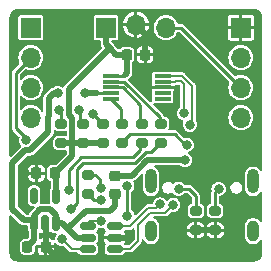
<source format=gbr>
%TF.GenerationSoftware,KiCad,Pcbnew,7.0.7*%
%TF.CreationDate,2024-07-11T11:51:31-04:00*%
%TF.ProjectId,attiny412_breakout,61747469-6e79-4343-9132-5f627265616b,1.0*%
%TF.SameCoordinates,Original*%
%TF.FileFunction,Copper,L2,Bot*%
%TF.FilePolarity,Positive*%
%FSLAX46Y46*%
G04 Gerber Fmt 4.6, Leading zero omitted, Abs format (unit mm)*
G04 Created by KiCad (PCBNEW 7.0.7) date 2024-07-11 11:51:31*
%MOMM*%
%LPD*%
G01*
G04 APERTURE LIST*
G04 Aperture macros list*
%AMRoundRect*
0 Rectangle with rounded corners*
0 $1 Rounding radius*
0 $2 $3 $4 $5 $6 $7 $8 $9 X,Y pos of 4 corners*
0 Add a 4 corners polygon primitive as box body*
4,1,4,$2,$3,$4,$5,$6,$7,$8,$9,$2,$3,0*
0 Add four circle primitives for the rounded corners*
1,1,$1+$1,$2,$3*
1,1,$1+$1,$4,$5*
1,1,$1+$1,$6,$7*
1,1,$1+$1,$8,$9*
0 Add four rect primitives between the rounded corners*
20,1,$1+$1,$2,$3,$4,$5,0*
20,1,$1+$1,$4,$5,$6,$7,0*
20,1,$1+$1,$6,$7,$8,$9,0*
20,1,$1+$1,$8,$9,$2,$3,0*%
G04 Aperture macros list end*
%TA.AperFunction,SMDPad,CuDef*%
%ADD10RoundRect,0.150000X0.150000X-0.512500X0.150000X0.512500X-0.150000X0.512500X-0.150000X-0.512500X0*%
%TD*%
%TA.AperFunction,SMDPad,CuDef*%
%ADD11RoundRect,0.150000X0.512500X0.150000X-0.512500X0.150000X-0.512500X-0.150000X0.512500X-0.150000X0*%
%TD*%
%TA.AperFunction,SMDPad,CuDef*%
%ADD12R,1.400000X0.300000*%
%TD*%
%TA.AperFunction,SMDPad,CuDef*%
%ADD13RoundRect,0.200000X0.275000X-0.200000X0.275000X0.200000X-0.275000X0.200000X-0.275000X-0.200000X0*%
%TD*%
%TA.AperFunction,SMDPad,CuDef*%
%ADD14RoundRect,0.200000X-0.275000X0.200000X-0.275000X-0.200000X0.275000X-0.200000X0.275000X0.200000X0*%
%TD*%
%TA.AperFunction,ComponentPad*%
%ADD15R,1.700000X1.700000*%
%TD*%
%TA.AperFunction,ComponentPad*%
%ADD16O,1.700000X1.700000*%
%TD*%
%TA.AperFunction,ComponentPad*%
%ADD17O,1.000000X1.800000*%
%TD*%
%TA.AperFunction,ComponentPad*%
%ADD18O,1.000000X2.100000*%
%TD*%
%TA.AperFunction,SMDPad,CuDef*%
%ADD19RoundRect,0.218750X-0.256250X0.218750X-0.256250X-0.218750X0.256250X-0.218750X0.256250X0.218750X0*%
%TD*%
%TA.AperFunction,SMDPad,CuDef*%
%ADD20RoundRect,0.225000X0.225000X0.250000X-0.225000X0.250000X-0.225000X-0.250000X0.225000X-0.250000X0*%
%TD*%
%TA.AperFunction,SMDPad,CuDef*%
%ADD21RoundRect,0.225000X-0.225000X-0.250000X0.225000X-0.250000X0.225000X0.250000X-0.225000X0.250000X0*%
%TD*%
%TA.AperFunction,ViaPad*%
%ADD22C,0.800000*%
%TD*%
%TA.AperFunction,Conductor*%
%ADD23C,0.250000*%
%TD*%
%TA.AperFunction,Conductor*%
%ADD24C,0.500000*%
%TD*%
%TA.AperFunction,Conductor*%
%ADD25C,0.200000*%
%TD*%
G04 APERTURE END LIST*
D10*
%TO.P,U4,1,VIN*%
%TO.N,VBUS*%
X141859000Y-108447000D03*
%TO.P,U4,2,GND*%
%TO.N,GND*%
X140909000Y-108447000D03*
%TO.P,U4,3,EN*%
%TO.N,VBUS*%
X139959000Y-108447000D03*
%TO.P,U4,4,NC*%
%TO.N,unconnected-(U4-NC-Pad4)*%
X139959000Y-106172000D03*
%TO.P,U4,5,VOUT*%
%TO.N,+3V3*%
X141859000Y-106172000D03*
%TD*%
D11*
%TO.P,U3,1,I/O1*%
%TO.N,D+*%
X146806500Y-108778000D03*
%TO.P,U3,2,GND*%
%TO.N,GND*%
X146806500Y-109728000D03*
%TO.P,U3,3,I/O2*%
%TO.N,D-*%
X146806500Y-110678000D03*
%TO.P,U3,4,I/O2*%
%TO.N,UD-*%
X144531500Y-110678000D03*
%TO.P,U3,5,VBUS*%
%TO.N,VBUS*%
X144531500Y-109728000D03*
%TO.P,U3,6,I/O1*%
%TO.N,UD+*%
X144531500Y-108778000D03*
%TD*%
D12*
%TO.P,U1,1,UD+*%
%TO.N,UD+*%
X150876000Y-96012000D03*
%TO.P,U1,2,UD-*%
%TO.N,UD-*%
X150876000Y-96512000D03*
%TO.P,U1,3,GND*%
%TO.N,GND*%
X150876000Y-97012000D03*
%TO.P,U1,4,~{RTS}*%
%TO.N,unconnected-(U1-~{RTS}-Pad4)*%
X150876000Y-97512000D03*
%TO.P,U1,5,~{CTS}*%
%TO.N,unconnected-(U1-~{CTS}-Pad5)*%
X150876000Y-98012000D03*
%TO.P,U1,6,TNOW*%
%TO.N,Net-(U1-TNOW)*%
X146476000Y-98012000D03*
%TO.P,U1,7,VCC*%
%TO.N,VBUS*%
X146476000Y-97512000D03*
%TO.P,U1,8,TXD*%
%TO.N,Net-(U1-TXD)*%
X146476000Y-97012000D03*
%TO.P,U1,9,RXD*%
%TO.N,Net-(U1-RXD)*%
X146476000Y-96512000D03*
%TO.P,U1,10,V3*%
%TO.N,+3V3*%
X146476000Y-96012000D03*
%TD*%
D13*
%TO.P,R9,1*%
%TO.N,+3V3*%
X142290800Y-101726000D03*
%TO.P,R9,2*%
%TO.N,Net-(D1-A)*%
X142290800Y-100076000D03*
%TD*%
D14*
%TO.P,R8,1*%
%TO.N,Net-(SW1A-C)*%
X144526000Y-104395000D03*
%TO.P,R8,2*%
%TO.N,UPDI*%
X144526000Y-106045000D03*
%TD*%
%TO.P,R7,1*%
%TO.N,Net-(D3-A)*%
X145796000Y-100076000D03*
%TO.P,R7,2*%
%TO.N,+3V3*%
X145796000Y-101726000D03*
%TD*%
%TO.P,R6,1*%
%TO.N,Net-(D4-A)*%
X144145000Y-100076000D03*
%TO.P,R6,2*%
%TO.N,+3V3*%
X144145000Y-101726000D03*
%TD*%
%TO.P,R5,1*%
%TO.N,Net-(U1-TNOW)*%
X147447000Y-100076000D03*
%TO.P,R5,2*%
%TO.N,Net-(D2-A)*%
X147447000Y-101726000D03*
%TD*%
D13*
%TO.P,R4,2*%
%TO.N,Net-(U1-RXD)*%
X150749000Y-100076000D03*
%TO.P,R4,1*%
%TO.N,Net-(SW1B-B)*%
X150749000Y-101726000D03*
%TD*%
D14*
%TO.P,R3,1*%
%TO.N,Net-(U1-TXD)*%
X149098000Y-100076000D03*
%TO.P,R3,2*%
%TO.N,Net-(SW1A-B)*%
X149098000Y-101726000D03*
%TD*%
%TO.P,R2,1*%
%TO.N,Net-(J1-CC2)*%
X155321000Y-107442000D03*
%TO.P,R2,2*%
%TO.N,GND*%
X155321000Y-109092000D03*
%TD*%
%TO.P,R1,1*%
%TO.N,Net-(J1-CC1)*%
X153670000Y-107442000D03*
%TO.P,R1,2*%
%TO.N,GND*%
X153670000Y-109092000D03*
%TD*%
D15*
%TO.P,J4,1,Pin_1*%
%TO.N,+3V3*%
X146065000Y-91948000D03*
D16*
%TO.P,J4,2,Pin_2*%
%TO.N,GND*%
X148605000Y-91694000D03*
%TO.P,J4,3,Pin_3*%
%TO.N,UPDI*%
X151145000Y-91948000D03*
%TD*%
D15*
%TO.P,J3,1,Pin_1*%
%TO.N,GND*%
X157480000Y-91948000D03*
D16*
%TO.P,J3,2,Pin_2*%
%TO.N,PA3*%
X157480000Y-94488000D03*
%TO.P,J3,3,Pin_3*%
%TO.N,UPDI*%
X157480000Y-97028000D03*
%TO.P,J3,4,Pin_4*%
%TO.N,PA2*%
X157480000Y-99568000D03*
%TD*%
D15*
%TO.P,J2,1,Pin_1*%
%TO.N,+3V3*%
X139700000Y-91948000D03*
D16*
%TO.P,J2,2,Pin_2*%
%TO.N,TXO*%
X139700000Y-94488000D03*
%TO.P,J2,3,Pin_3*%
%TO.N,RXI*%
X139700000Y-97028000D03*
%TO.P,J2,4,Pin_4*%
%TO.N,PA1*%
X139700000Y-99568000D03*
%TD*%
D17*
%TO.P,J1,S1,SHIELD*%
%TO.N,GND1*%
X149881600Y-109168694D03*
D18*
X149881600Y-104968694D03*
X158521600Y-104968694D03*
D17*
X158521600Y-109168694D03*
%TD*%
D19*
%TO.P,F1,1*%
%TO.N,Net-(F1-Pad1)*%
X146812000Y-104470000D03*
%TO.P,F1,2*%
%TO.N,VBUS*%
X146812000Y-106045000D03*
%TD*%
D20*
%TO.P,C3,1*%
%TO.N,GND*%
X140970000Y-110490000D03*
%TO.P,C3,2*%
%TO.N,VBUS*%
X139420000Y-110490000D03*
%TD*%
%TO.P,C2,1*%
%TO.N,+3V3*%
X141732000Y-104267000D03*
%TO.P,C2,2*%
%TO.N,GND*%
X140182000Y-104267000D03*
%TD*%
D21*
%TO.P,C1,1*%
%TO.N,+3V3*%
X147828000Y-94234000D03*
%TO.P,C1,2*%
%TO.N,GND*%
X149378000Y-94234000D03*
%TD*%
D22*
%TO.N,Net-(D3-A)*%
X144965605Y-99250662D03*
%TO.N,Net-(D4-A)*%
X143773000Y-98932500D03*
%TO.N,Net-(D1-A)*%
X142073500Y-98932500D03*
%TO.N,UPDI*%
X147883939Y-107878939D03*
X147871500Y-105346500D03*
%TO.N,GND*%
X139192000Y-104267000D03*
X138938000Y-109093000D03*
%TO.N,TXO*%
X139319000Y-101473000D03*
%TO.N,VBUS*%
X144272000Y-97483500D03*
X141986000Y-97483500D03*
%TO.N,GND*%
X140882500Y-102653500D03*
X142240000Y-110998000D03*
%TO.N,UD+*%
X153162000Y-100154500D03*
%TO.N,UD-*%
X152654000Y-99187000D03*
X142329443Y-109856127D03*
%TO.N,GND*%
X148082000Y-109728000D03*
%TO.N,D-*%
X151765000Y-106934000D03*
%TO.N,D+*%
X150622000Y-106917000D03*
%TO.N,UPDI*%
X145669000Y-106536503D03*
%TO.N,Net-(SW1A-C)*%
X145669000Y-105537000D03*
%TO.N,UD+*%
X145612973Y-108315024D03*
%TO.N,Net-(D2-A)*%
X152908000Y-101854000D03*
%TO.N,Net-(SW1A-B)*%
X142912500Y-105664000D03*
%TO.N,Net-(SW1B-B)*%
X143129000Y-107315000D03*
%TO.N,Net-(F1-Pad1)*%
X152768336Y-103150116D03*
%TO.N,Net-(J1-CC2)*%
X155601100Y-105588196D03*
%TO.N,Net-(J1-CC1)*%
X152213657Y-105581710D03*
%TD*%
D23*
%TO.N,Net-(D3-A)*%
X145790943Y-100076000D02*
X144965605Y-99250662D01*
X145796000Y-100076000D02*
X145790943Y-100076000D01*
%TO.N,Net-(D4-A)*%
X143865600Y-99025100D02*
X143773000Y-98932500D01*
X143865600Y-99822000D02*
X143865600Y-99025100D01*
X144119600Y-100076000D02*
X143865600Y-99822000D01*
X144145000Y-100076000D02*
X144119600Y-100076000D01*
D24*
%TO.N,+3V3*%
X142923500Y-97106500D02*
X146367500Y-93662500D01*
X142923500Y-99314461D02*
X142923500Y-97106500D01*
X143215800Y-99606761D02*
X142923500Y-99314461D01*
X143215800Y-102783200D02*
X143215800Y-99606761D01*
X141732000Y-104267000D02*
X143215800Y-102783200D01*
D23*
%TO.N,Net-(D1-A)*%
X142290800Y-99149800D02*
X142073500Y-98932500D01*
X142290800Y-100076000D02*
X142290800Y-99149800D01*
D24*
%TO.N,VBUS*%
X141632100Y-97483500D02*
X141986000Y-97483500D01*
X141224000Y-97891600D02*
X141632100Y-97483500D01*
X141224000Y-99441000D02*
X141224000Y-97891600D01*
X141188000Y-99477000D02*
X141224000Y-99441000D01*
X138140000Y-107279000D02*
X138140000Y-103414000D01*
X139231000Y-102323000D02*
X139671082Y-102323000D01*
X139671082Y-102323000D02*
X141188000Y-100806082D01*
X139104000Y-108243000D02*
X138140000Y-107279000D01*
X139755000Y-108243000D02*
X139104000Y-108243000D01*
X141188000Y-100806082D02*
X141188000Y-99477000D01*
X139959000Y-108447000D02*
X139755000Y-108243000D01*
X138140000Y-103414000D02*
X139231000Y-102323000D01*
%TO.N,+3V3*%
X144145000Y-101726000D02*
X142113000Y-101726000D01*
D23*
%TO.N,TXO*%
X139319000Y-101473000D02*
X139319000Y-101320600D01*
X139319000Y-101320600D02*
X138430000Y-100431600D01*
X138430000Y-100431600D02*
X138430000Y-95758000D01*
X138430000Y-95758000D02*
X139700000Y-94488000D01*
%TO.N,UPDI*%
X147871500Y-107866500D02*
X147883939Y-107878939D01*
X147871500Y-105346500D02*
X147871500Y-107866500D01*
%TO.N,VBUS*%
X146476000Y-97512000D02*
X145326000Y-97512000D01*
D24*
X145326000Y-97483500D02*
X145326000Y-97512000D01*
X144272000Y-97483500D02*
X145326000Y-97483500D01*
D23*
%TO.N,+3V3*%
X146476000Y-96012000D02*
X147574000Y-96012000D01*
X147574000Y-96012000D02*
X147649000Y-95937000D01*
D24*
X147828000Y-95758000D02*
X147649000Y-95937000D01*
X147828000Y-94234000D02*
X147828000Y-95758000D01*
%TO.N,GND*%
X149378000Y-92467000D02*
X148605000Y-91694000D01*
X149378000Y-94234000D02*
X149378000Y-92467000D01*
D23*
%TO.N,Net-(J1-CC2)*%
X155601100Y-105588196D02*
X155321000Y-105868296D01*
X155321000Y-105868296D02*
X155321000Y-107442000D01*
D24*
%TO.N,GND*%
X153670000Y-109092000D02*
X155321000Y-109092000D01*
X142240000Y-110998000D02*
X141478000Y-110998000D01*
X141478000Y-110998000D02*
X140970000Y-110490000D01*
D25*
%TO.N,UD-*%
X143151316Y-110678000D02*
X144531500Y-110678000D01*
X142329443Y-109856127D02*
X143151316Y-110678000D01*
D24*
%TO.N,+3V3*%
X146367500Y-93662500D02*
X146065000Y-93360000D01*
X146939000Y-94234000D02*
X146367500Y-93662500D01*
D25*
%TO.N,UD+*%
X153354000Y-96864000D02*
X152527000Y-96037000D01*
X153354000Y-99962500D02*
X153354000Y-96864000D01*
X153162000Y-100154500D02*
X153354000Y-99962500D01*
X151951001Y-96037000D02*
X152527000Y-96037000D01*
%TO.N,UD-*%
X152654000Y-96741000D02*
X152400000Y-96487000D01*
X152654000Y-99187000D02*
X152654000Y-96741000D01*
X151951001Y-96487000D02*
X152400000Y-96487000D01*
D24*
%TO.N,Net-(F1-Pad1)*%
X149579884Y-103150116D02*
X148260000Y-104470000D01*
X148260000Y-104470000D02*
X146812000Y-104470000D01*
X152768336Y-103150116D02*
X149579884Y-103150116D01*
%TO.N,VBUS*%
X139959000Y-108447000D02*
X139959000Y-109951000D01*
X139959000Y-109951000D02*
X139420000Y-110490000D01*
%TO.N,GND*%
X140970000Y-108508000D02*
X140909000Y-108447000D01*
X140970000Y-110490000D02*
X140970000Y-108508000D01*
%TO.N,VBUS*%
X144333448Y-107465024D02*
X142880500Y-108917972D01*
X142880500Y-108917972D02*
X142880500Y-108960500D01*
X146812000Y-107061000D02*
X146407976Y-107465024D01*
X146812000Y-106045000D02*
X146812000Y-107061000D01*
X146407976Y-107465024D02*
X144333448Y-107465024D01*
X142880500Y-108960500D02*
X142367000Y-108447000D01*
X143648000Y-109728000D02*
X142880500Y-108960500D01*
D25*
%TO.N,D-*%
X148121950Y-110678000D02*
X146806500Y-110678000D01*
X148782000Y-110017950D02*
X148121950Y-110678000D01*
X148782000Y-108640486D02*
X148782000Y-110017950D01*
X149805487Y-107616999D02*
X148782000Y-108640486D01*
X151082001Y-107616999D02*
X149805487Y-107616999D01*
X151765000Y-106934000D02*
X151082001Y-107616999D01*
%TO.N,D+*%
X148078800Y-108778000D02*
X149639801Y-107216999D01*
X146806500Y-108778000D02*
X148078800Y-108778000D01*
D24*
%TO.N,GND*%
X146806500Y-109728000D02*
X148082000Y-109728000D01*
%TO.N,VBUS*%
X141859000Y-108447000D02*
X142367000Y-108447000D01*
X144531500Y-109728000D02*
X143648000Y-109728000D01*
D25*
%TO.N,UD+*%
X144537000Y-108447000D02*
X144537000Y-108585000D01*
X144668976Y-108315024D02*
X144537000Y-108447000D01*
X145612973Y-108315024D02*
X144668976Y-108315024D01*
D23*
%TO.N,UPDI*%
X145017503Y-106536503D02*
X144526000Y-106045000D01*
X145669000Y-106536503D02*
X145017503Y-106536503D01*
%TO.N,Net-(SW1A-C)*%
X145542000Y-104775000D02*
X145162000Y-104395000D01*
X145669000Y-105537000D02*
X145542000Y-105410000D01*
X145542000Y-105410000D02*
X145542000Y-104775000D01*
X145162000Y-104395000D02*
X144526000Y-104395000D01*
D25*
%TO.N,UD-*%
X151926001Y-96512000D02*
X151951001Y-96487000D01*
%TO.N,UD+*%
X151926001Y-96012000D02*
X151951001Y-96037000D01*
%TO.N,UD-*%
X150876000Y-96512000D02*
X151926001Y-96512000D01*
%TO.N,UD+*%
X150876000Y-96012000D02*
X151926001Y-96012000D01*
D24*
%TO.N,VBUS*%
X140510472Y-107334500D02*
X139959000Y-107885972D01*
X141859000Y-107834500D02*
X141359000Y-107334500D01*
X141359000Y-107334500D02*
X140510472Y-107334500D01*
X141859000Y-108447000D02*
X141859000Y-107834500D01*
X139959000Y-107885972D02*
X139959000Y-108447000D01*
D23*
%TO.N,Net-(SW1B-B)*%
X149897000Y-102451000D02*
X150622000Y-101726000D01*
X143637000Y-106807000D02*
X143637000Y-103886000D01*
X149465828Y-102451000D02*
X149897000Y-102451000D01*
X143129000Y-107315000D02*
X143637000Y-106807000D01*
X148538828Y-103378000D02*
X149465828Y-102451000D01*
X143637000Y-103886000D02*
X144145000Y-103378000D01*
X144145000Y-103378000D02*
X148538828Y-103378000D01*
D25*
%TO.N,D+*%
X147162000Y-108935000D02*
X146812000Y-108585000D01*
X150622000Y-106917000D02*
X150322001Y-107216999D01*
X150322001Y-107216999D02*
X149639801Y-107216999D01*
D23*
%TO.N,Net-(J1-CC1)*%
X153670000Y-106172000D02*
X153670000Y-107442000D01*
X153079710Y-105581710D02*
X153670000Y-106172000D01*
X152213657Y-105581710D02*
X153079710Y-105581710D01*
D24*
%TO.N,+3V3*%
X146065000Y-93360000D02*
X146065000Y-91948000D01*
X147828000Y-94234000D02*
X146939000Y-94234000D01*
D23*
%TO.N,UPDI*%
X152400000Y-91948000D02*
X157480000Y-97028000D01*
X151145000Y-91948000D02*
X152400000Y-91948000D01*
X157480000Y-97663000D02*
X157480000Y-97028000D01*
%TO.N,Net-(U1-RXD)*%
X150622000Y-99521604D02*
X147612396Y-96512000D01*
X147612396Y-96512000D02*
X146476000Y-96512000D01*
X150622000Y-100076000D02*
X150622000Y-99521604D01*
%TO.N,Net-(U1-TXD)*%
X147476000Y-97012000D02*
X146476000Y-97012000D01*
X148971000Y-98507000D02*
X147476000Y-97012000D01*
X148971000Y-100076000D02*
X148971000Y-98507000D01*
%TO.N,Net-(U1-TNOW)*%
X147320000Y-98856000D02*
X146476000Y-98012000D01*
X147320000Y-100076000D02*
X147320000Y-98856000D01*
%TO.N,Net-(D3-A)*%
X145669000Y-100076000D02*
X145669000Y-99954057D01*
D24*
%TO.N,+3V3*%
X145669000Y-101726000D02*
X144018000Y-101726000D01*
D23*
%TO.N,Net-(D2-A)*%
X152781000Y-101854000D02*
X152908000Y-101854000D01*
X151892000Y-100965000D02*
X152781000Y-101854000D01*
X148081000Y-100965000D02*
X151892000Y-100965000D01*
X147320000Y-101726000D02*
X148081000Y-100965000D01*
%TO.N,Net-(SW1A-B)*%
X142912500Y-103974104D02*
X142912500Y-105664000D01*
X143064802Y-103821802D02*
X142912500Y-103974104D01*
X143958604Y-102928000D02*
X143064802Y-103821802D01*
X148352432Y-102928000D02*
X143958604Y-102928000D01*
X148971000Y-102309432D02*
X148352432Y-102928000D01*
X148971000Y-101726000D02*
X148971000Y-102309432D01*
D24*
%TO.N,+3V3*%
X141859000Y-104394000D02*
X141732000Y-104267000D01*
X141859000Y-106172000D02*
X141859000Y-104394000D01*
%TO.N,VBUS*%
X140055000Y-108543000D02*
X139959000Y-108447000D01*
%TD*%
%TA.AperFunction,Conductor*%
%TO.N,GND*%
G36*
X158592424Y-90353633D02*
G01*
X158658798Y-90360170D01*
X158716764Y-90365879D01*
X158735796Y-90369665D01*
X158848361Y-90403810D01*
X158866281Y-90411233D01*
X158970027Y-90466686D01*
X158986155Y-90477462D01*
X159077090Y-90552090D01*
X159090810Y-90565810D01*
X159165432Y-90656737D01*
X159176214Y-90672874D01*
X159231661Y-90776608D01*
X159239088Y-90794538D01*
X159273233Y-90907099D01*
X159277019Y-90926132D01*
X159289261Y-91050411D01*
X159289500Y-91055266D01*
X159289500Y-103980352D01*
X159270593Y-104038543D01*
X159221093Y-104074507D01*
X159159907Y-104074507D01*
X159110407Y-104038543D01*
X159109025Y-104036591D01*
X159096386Y-104018281D01*
X159049783Y-103950765D01*
X158974270Y-103883867D01*
X158922453Y-103837961D01*
X158922452Y-103837960D01*
X158771825Y-103758904D01*
X158771824Y-103758903D01*
X158771823Y-103758903D01*
X158606658Y-103718194D01*
X158606656Y-103718194D01*
X158436544Y-103718194D01*
X158436541Y-103718194D01*
X158271376Y-103758903D01*
X158120746Y-103837961D01*
X157993418Y-103950763D01*
X157993416Y-103950766D01*
X157896782Y-104090764D01*
X157836460Y-104249822D01*
X157821100Y-104376312D01*
X157821100Y-105561075D01*
X157834924Y-105674916D01*
X157836460Y-105687566D01*
X157896782Y-105846624D01*
X157993417Y-105986623D01*
X158120748Y-106099428D01*
X158271375Y-106178484D01*
X158436544Y-106219194D01*
X158436547Y-106219194D01*
X158606653Y-106219194D01*
X158606656Y-106219194D01*
X158771825Y-106178484D01*
X158922452Y-106099428D01*
X159049783Y-105986623D01*
X159109026Y-105900795D01*
X159157641Y-105863647D01*
X159218809Y-105862169D01*
X159269163Y-105896926D01*
X159289471Y-105954643D01*
X159289500Y-105957035D01*
X159289500Y-108330352D01*
X159270593Y-108388543D01*
X159221093Y-108424507D01*
X159159907Y-108424507D01*
X159110407Y-108388543D01*
X159109025Y-108386591D01*
X159077491Y-108340907D01*
X159049783Y-108300765D01*
X159034727Y-108287427D01*
X158922453Y-108187961D01*
X158922452Y-108187960D01*
X158771825Y-108108904D01*
X158771824Y-108108903D01*
X158771823Y-108108903D01*
X158606658Y-108068194D01*
X158606656Y-108068194D01*
X158436544Y-108068194D01*
X158436541Y-108068194D01*
X158271376Y-108108903D01*
X158120746Y-108187961D01*
X157993418Y-108300763D01*
X157993416Y-108300766D01*
X157896782Y-108440764D01*
X157836460Y-108599822D01*
X157821100Y-108726312D01*
X157821100Y-109611075D01*
X157831822Y-109699368D01*
X157836460Y-109737566D01*
X157896782Y-109896624D01*
X157993417Y-110036623D01*
X158120748Y-110149428D01*
X158271375Y-110228484D01*
X158436544Y-110269194D01*
X158436547Y-110269194D01*
X158606653Y-110269194D01*
X158606656Y-110269194D01*
X158771825Y-110228484D01*
X158922452Y-110149428D01*
X159049783Y-110036623D01*
X159109026Y-109950795D01*
X159157641Y-109913647D01*
X159218809Y-109912169D01*
X159269163Y-109946926D01*
X159289471Y-110004643D01*
X159289500Y-110007035D01*
X159289500Y-111001962D01*
X159289499Y-111001980D01*
X159289499Y-111050467D01*
X159289261Y-111055322D01*
X159277015Y-111179657D01*
X159273229Y-111198691D01*
X159239085Y-111311253D01*
X159231658Y-111329185D01*
X159176211Y-111432918D01*
X159165430Y-111449053D01*
X159090808Y-111539982D01*
X159077084Y-111553706D01*
X158986159Y-111628327D01*
X158970022Y-111639109D01*
X158866287Y-111694556D01*
X158848357Y-111701983D01*
X158735795Y-111736128D01*
X158716762Y-111739914D01*
X158592486Y-111752155D01*
X158587631Y-111752394D01*
X138592430Y-111752394D01*
X138587575Y-111752155D01*
X138463237Y-111739908D01*
X138444204Y-111736122D01*
X138331646Y-111701978D01*
X138313716Y-111694551D01*
X138209980Y-111639103D01*
X138193842Y-111628320D01*
X138102918Y-111553699D01*
X138089196Y-111539977D01*
X138014576Y-111449053D01*
X138014572Y-111449047D01*
X138003795Y-111432918D01*
X137948344Y-111329175D01*
X137940921Y-111311253D01*
X137911723Y-111214998D01*
X137906776Y-111198689D01*
X137902990Y-111179655D01*
X137901899Y-111168573D01*
X137890737Y-111055243D01*
X137890500Y-111050405D01*
X137890500Y-111033197D01*
X137890501Y-111005301D01*
X137890500Y-111005297D01*
X137890500Y-107905611D01*
X137909407Y-107847420D01*
X137958907Y-107811456D01*
X138020093Y-107811456D01*
X138059504Y-107835607D01*
X138765592Y-108541696D01*
X138769293Y-108545837D01*
X138794121Y-108576970D01*
X138843271Y-108610480D01*
X138891118Y-108645793D01*
X138891120Y-108645793D01*
X138897677Y-108649259D01*
X138897469Y-108649651D01*
X138899450Y-108650651D01*
X138899643Y-108650253D01*
X138906324Y-108653470D01*
X138906327Y-108653472D01*
X138963177Y-108671007D01*
X139019301Y-108690646D01*
X139019305Y-108690646D01*
X139026593Y-108692026D01*
X139026510Y-108692460D01*
X139028693Y-108692830D01*
X139028759Y-108692394D01*
X139036098Y-108693500D01*
X139095573Y-108693500D01*
X139097642Y-108693577D01*
X139155010Y-108695724D01*
X139155015Y-108695722D01*
X139162385Y-108694893D01*
X139162434Y-108695331D01*
X139176344Y-108693500D01*
X139359500Y-108693500D01*
X139417691Y-108712407D01*
X139453655Y-108761907D01*
X139458500Y-108792500D01*
X139458500Y-108992760D01*
X139468427Y-109060893D01*
X139498441Y-109122287D01*
X139508500Y-109165767D01*
X139508500Y-109715500D01*
X139489593Y-109773691D01*
X139440093Y-109809655D01*
X139409500Y-109814500D01*
X139161510Y-109814500D01*
X139061874Y-109830281D01*
X139061867Y-109830283D01*
X138941782Y-109891470D01*
X138846470Y-109986782D01*
X138785283Y-110106867D01*
X138785281Y-110106874D01*
X138769500Y-110206510D01*
X138769500Y-110773489D01*
X138785281Y-110873125D01*
X138785283Y-110873132D01*
X138844855Y-110990047D01*
X138846472Y-110993220D01*
X138941780Y-111088528D01*
X138941782Y-111088529D01*
X139061867Y-111149716D01*
X139061869Y-111149716D01*
X139061874Y-111149719D01*
X139134268Y-111161185D01*
X139161510Y-111165500D01*
X139161512Y-111165500D01*
X139678490Y-111165500D01*
X139699885Y-111162111D01*
X139778126Y-111149719D01*
X139898220Y-111088528D01*
X139993528Y-110993220D01*
X140054719Y-110873126D01*
X140068608Y-110785436D01*
X140270001Y-110785436D01*
X140276081Y-110842004D01*
X140276082Y-110842006D01*
X140323814Y-110969983D01*
X140405668Y-111079327D01*
X140405672Y-111079331D01*
X140515016Y-111161185D01*
X140642990Y-111208916D01*
X140642998Y-111208918D01*
X140699566Y-111214999D01*
X140845000Y-111214999D01*
X140845000Y-111214998D01*
X141095000Y-111214998D01*
X141095001Y-111214999D01*
X141240431Y-111214999D01*
X141240436Y-111214998D01*
X141297004Y-111208918D01*
X141297006Y-111208917D01*
X141424983Y-111161185D01*
X141534327Y-111079331D01*
X141534331Y-111079327D01*
X141616185Y-110969983D01*
X141663916Y-110842009D01*
X141663918Y-110842001D01*
X141670000Y-110785434D01*
X141670000Y-110615001D01*
X141669999Y-110615000D01*
X141095001Y-110615000D01*
X141095000Y-110615001D01*
X141095000Y-111214998D01*
X140845000Y-111214998D01*
X140845000Y-110615001D01*
X140844999Y-110615000D01*
X140270002Y-110615000D01*
X140270001Y-110615001D01*
X140270001Y-110785436D01*
X140068608Y-110785436D01*
X140070500Y-110773488D01*
X140070500Y-110517608D01*
X140089407Y-110459418D01*
X140099485Y-110447617D01*
X140156050Y-110391052D01*
X140210564Y-110363277D01*
X140228993Y-110366195D01*
X140228993Y-110365000D01*
X140844999Y-110365000D01*
X140845000Y-110364998D01*
X140845000Y-109765000D01*
X140699569Y-109765000D01*
X140699563Y-109765001D01*
X140642995Y-109771081D01*
X140642990Y-109771082D01*
X140543096Y-109808341D01*
X140481967Y-109810961D01*
X140430973Y-109777150D01*
X140409591Y-109719822D01*
X140409500Y-109715583D01*
X140409500Y-109391904D01*
X140428407Y-109333713D01*
X140477907Y-109297749D01*
X140539093Y-109297749D01*
X140553446Y-109303695D01*
X140633848Y-109344663D01*
X140633852Y-109344664D01*
X140727516Y-109359499D01*
X140783999Y-109359498D01*
X140784000Y-109359498D01*
X140784000Y-108421000D01*
X140802907Y-108362809D01*
X140852407Y-108326845D01*
X140883000Y-108322000D01*
X140935000Y-108322000D01*
X140993191Y-108340907D01*
X141029155Y-108390407D01*
X141034000Y-108421000D01*
X141034000Y-109359497D01*
X141034001Y-109359499D01*
X141090483Y-109359499D01*
X141090485Y-109359498D01*
X141184141Y-109344666D01*
X141184151Y-109344663D01*
X141297044Y-109287140D01*
X141297046Y-109287139D01*
X141348998Y-109235187D01*
X141403514Y-109207409D01*
X141463946Y-109216980D01*
X141489002Y-109235183D01*
X141502517Y-109248698D01*
X141531654Y-109262942D01*
X141607604Y-109300072D01*
X141607605Y-109300072D01*
X141607607Y-109300073D01*
X141675740Y-109310000D01*
X141675743Y-109310000D01*
X141790835Y-109310000D01*
X141849026Y-109328907D01*
X141884990Y-109378407D01*
X141884990Y-109439593D01*
X141869377Y-109469267D01*
X141804905Y-109553287D01*
X141804905Y-109553288D01*
X141744400Y-109699360D01*
X141744398Y-109699368D01*
X141723761Y-109856126D01*
X141723761Y-109856273D01*
X141723728Y-109856372D01*
X141722914Y-109862560D01*
X141721767Y-109862409D01*
X141704854Y-109914464D01*
X141655354Y-109950428D01*
X141594168Y-109950428D01*
X141545507Y-109915602D01*
X141534329Y-109900670D01*
X141534327Y-109900668D01*
X141424983Y-109818814D01*
X141297009Y-109771083D01*
X141297001Y-109771081D01*
X141240434Y-109765000D01*
X141095001Y-109765000D01*
X141095000Y-109765001D01*
X141095000Y-110364998D01*
X141095001Y-110365000D01*
X141669998Y-110365000D01*
X141669999Y-110364998D01*
X141669999Y-110274796D01*
X141688906Y-110216605D01*
X141738406Y-110180641D01*
X141799592Y-110180641D01*
X141847539Y-110214527D01*
X141886341Y-110265095D01*
X141895104Y-110276516D01*
X141901161Y-110284409D01*
X142026602Y-110380663D01*
X142172681Y-110441171D01*
X142290252Y-110456649D01*
X142329442Y-110461809D01*
X142329443Y-110461809D01*
X142440727Y-110447158D01*
X142500886Y-110458308D01*
X142523652Y-110475307D01*
X142892752Y-110844407D01*
X142900853Y-110855647D01*
X142901832Y-110854909D01*
X142907360Y-110862230D01*
X142942885Y-110894616D01*
X142944539Y-110896195D01*
X142952263Y-110903918D01*
X142958519Y-110910174D01*
X142961444Y-110912178D01*
X142966821Y-110916437D01*
X142990380Y-110937914D01*
X142990381Y-110937914D01*
X142990383Y-110937916D01*
X142999541Y-110941463D01*
X143019728Y-110952103D01*
X143027835Y-110957657D01*
X143058868Y-110964955D01*
X143065411Y-110966982D01*
X143077381Y-110971619D01*
X143087618Y-110975585D01*
X143095143Y-110978500D01*
X143104968Y-110978500D01*
X143127632Y-110981129D01*
X143137197Y-110983379D01*
X143164961Y-110979506D01*
X143168769Y-110978975D01*
X143175615Y-110978500D01*
X143640635Y-110978500D01*
X143698826Y-110997407D01*
X143724610Y-111028108D01*
X143725035Y-111027806D01*
X143728884Y-111033197D01*
X143729576Y-111034020D01*
X143729802Y-111034483D01*
X143812517Y-111117198D01*
X143866285Y-111143483D01*
X143917604Y-111168572D01*
X143917605Y-111168572D01*
X143917607Y-111168573D01*
X143985740Y-111178500D01*
X143985743Y-111178500D01*
X145077257Y-111178500D01*
X145077260Y-111178500D01*
X145145393Y-111168573D01*
X145250483Y-111117198D01*
X145333198Y-111034483D01*
X145384573Y-110929393D01*
X145394500Y-110861260D01*
X145394500Y-110494740D01*
X145384573Y-110426607D01*
X145333198Y-110321517D01*
X145284682Y-110273001D01*
X145256907Y-110218487D01*
X145266478Y-110158055D01*
X145284681Y-110132999D01*
X145333198Y-110084483D01*
X145384573Y-109979393D01*
X145394500Y-109911260D01*
X145394500Y-109544740D01*
X145384573Y-109476607D01*
X145333198Y-109371517D01*
X145321178Y-109359497D01*
X145284684Y-109323002D01*
X145256907Y-109268485D01*
X145266479Y-109208053D01*
X145284682Y-109182998D01*
X145333198Y-109134483D01*
X145384573Y-109029393D01*
X145390331Y-108989871D01*
X145417429Y-108935017D01*
X145471597Y-108906565D01*
X145501216Y-108905993D01*
X145612973Y-108920706D01*
X145612974Y-108920706D01*
X145644325Y-108916578D01*
X145769735Y-108900068D01*
X145807689Y-108884346D01*
X145868683Y-108879545D01*
X145920853Y-108911513D01*
X145943539Y-108961535D01*
X145953426Y-109029392D01*
X145998840Y-109122287D01*
X146004802Y-109134483D01*
X146018314Y-109147995D01*
X146046090Y-109202510D01*
X146036519Y-109262942D01*
X146018313Y-109288000D01*
X145966360Y-109339953D01*
X145966359Y-109339955D01*
X145908836Y-109452848D01*
X145908835Y-109452852D01*
X145894000Y-109546515D01*
X145894000Y-109602999D01*
X145894001Y-109603000D01*
X147718998Y-109603000D01*
X147718999Y-109602999D01*
X147718999Y-109546516D01*
X147718998Y-109546514D01*
X147704166Y-109452858D01*
X147704163Y-109452848D01*
X147646641Y-109339956D01*
X147594686Y-109288001D01*
X147566909Y-109233484D01*
X147576480Y-109173052D01*
X147594685Y-109147995D01*
X147608198Y-109134483D01*
X147608423Y-109134021D01*
X147608819Y-109133612D01*
X147612965Y-109127806D01*
X147613835Y-109128427D01*
X147650965Y-109090047D01*
X147697365Y-109078500D01*
X148013636Y-109078500D01*
X148027311Y-109080732D01*
X148027483Y-109079506D01*
X148036564Y-109080772D01*
X148036565Y-109080773D01*
X148036565Y-109080772D01*
X148036566Y-109080773D01*
X148045307Y-109080368D01*
X148084593Y-109078552D01*
X148086870Y-109078500D01*
X148106641Y-109078500D01*
X148106644Y-109078500D01*
X148110137Y-109077846D01*
X148116941Y-109077056D01*
X148148792Y-109075585D01*
X148157776Y-109071617D01*
X148179577Y-109064865D01*
X148189233Y-109063061D01*
X148216343Y-109046274D01*
X148222389Y-109043088D01*
X148251565Y-109030206D01*
X148258509Y-109023260D01*
X148276401Y-109009089D01*
X148284752Y-109003919D01*
X148303967Y-108978472D01*
X148308471Y-108973298D01*
X148310498Y-108971271D01*
X148312518Y-108969253D01*
X148367043Y-108941492D01*
X148427473Y-108951082D01*
X148470724Y-108994360D01*
X148481500Y-109039278D01*
X148481500Y-109852471D01*
X148462593Y-109910662D01*
X148452504Y-109922474D01*
X148026476Y-110348503D01*
X147971959Y-110376281D01*
X147956472Y-110377500D01*
X147697365Y-110377500D01*
X147639174Y-110358593D01*
X147613389Y-110327891D01*
X147612965Y-110328194D01*
X147609115Y-110322802D01*
X147608423Y-110321978D01*
X147608198Y-110321518D01*
X147608198Y-110321517D01*
X147594684Y-110308003D01*
X147566909Y-110253489D01*
X147576480Y-110193057D01*
X147594687Y-110167998D01*
X147646639Y-110116046D01*
X147646640Y-110116044D01*
X147704163Y-110003151D01*
X147704164Y-110003147D01*
X147719000Y-109909484D01*
X147719000Y-109853001D01*
X147718999Y-109853000D01*
X145894002Y-109853000D01*
X145894001Y-109853001D01*
X145894001Y-109909485D01*
X145908833Y-110003141D01*
X145908836Y-110003151D01*
X145966358Y-110116043D01*
X146018313Y-110167998D01*
X146046090Y-110222515D01*
X146036519Y-110282947D01*
X146018314Y-110308004D01*
X146004803Y-110321514D01*
X146004801Y-110321518D01*
X145953427Y-110426604D01*
X145948808Y-110458308D01*
X145943500Y-110494740D01*
X145943500Y-110861260D01*
X145946010Y-110878487D01*
X145953427Y-110929395D01*
X145988912Y-111001980D01*
X146004802Y-111034483D01*
X146087517Y-111117198D01*
X146141285Y-111143483D01*
X146192604Y-111168572D01*
X146192605Y-111168572D01*
X146192607Y-111168573D01*
X146260740Y-111178500D01*
X146260743Y-111178500D01*
X147352257Y-111178500D01*
X147352260Y-111178500D01*
X147420393Y-111168573D01*
X147525483Y-111117198D01*
X147608198Y-111034483D01*
X147608423Y-111034021D01*
X147608819Y-111033612D01*
X147612965Y-111027806D01*
X147613835Y-111028427D01*
X147650965Y-110990047D01*
X147697365Y-110978500D01*
X148056786Y-110978500D01*
X148070461Y-110980732D01*
X148070633Y-110979506D01*
X148079714Y-110980772D01*
X148079715Y-110980773D01*
X148079715Y-110980772D01*
X148079716Y-110980773D01*
X148088457Y-110980368D01*
X148127743Y-110978552D01*
X148130020Y-110978500D01*
X148149791Y-110978500D01*
X148149794Y-110978500D01*
X148153287Y-110977846D01*
X148160091Y-110977056D01*
X148191942Y-110975585D01*
X148200926Y-110971617D01*
X148222727Y-110964865D01*
X148232383Y-110963061D01*
X148259493Y-110946274D01*
X148265539Y-110943088D01*
X148294715Y-110930206D01*
X148301659Y-110923260D01*
X148319551Y-110909089D01*
X148327902Y-110903919D01*
X148347115Y-110878474D01*
X148351612Y-110873308D01*
X148609920Y-110615000D01*
X148948407Y-110276513D01*
X148959665Y-110268444D01*
X148958905Y-110267437D01*
X148966221Y-110261911D01*
X148966228Y-110261908D01*
X148998643Y-110226348D01*
X149000155Y-110224765D01*
X149014175Y-110210747D01*
X149016188Y-110207807D01*
X149020437Y-110202442D01*
X149041916Y-110178883D01*
X149045465Y-110169719D01*
X149056111Y-110149525D01*
X149061657Y-110141430D01*
X149068956Y-110110393D01*
X149070980Y-110103858D01*
X149082500Y-110074123D01*
X149082500Y-110064298D01*
X149085129Y-110041633D01*
X149087379Y-110032069D01*
X149082975Y-110000496D01*
X149082500Y-109993649D01*
X149082500Y-109961834D01*
X149101407Y-109903643D01*
X149150907Y-109867679D01*
X149212093Y-109867679D01*
X149261593Y-109903643D01*
X149262946Y-109905554D01*
X149353417Y-110036623D01*
X149480748Y-110149428D01*
X149631375Y-110228484D01*
X149796544Y-110269194D01*
X149796547Y-110269194D01*
X149966653Y-110269194D01*
X149966656Y-110269194D01*
X150131825Y-110228484D01*
X150282452Y-110149428D01*
X150409783Y-110036623D01*
X150506418Y-109896624D01*
X150566740Y-109737566D01*
X150582100Y-109611066D01*
X150582100Y-109217000D01*
X152945001Y-109217000D01*
X152945001Y-109346203D01*
X152947850Y-109376600D01*
X152947850Y-109376602D01*
X152992654Y-109504647D01*
X153073207Y-109613790D01*
X153073209Y-109613792D01*
X153182352Y-109694345D01*
X153310398Y-109739149D01*
X153340789Y-109741999D01*
X153544998Y-109741999D01*
X153544999Y-109741998D01*
X153795000Y-109741998D01*
X153795001Y-109741999D01*
X153999203Y-109741999D01*
X154029600Y-109739149D01*
X154029602Y-109739149D01*
X154157647Y-109694345D01*
X154266790Y-109613792D01*
X154266792Y-109613790D01*
X154347345Y-109504647D01*
X154392149Y-109376601D01*
X154394999Y-109346211D01*
X154395000Y-109346210D01*
X154395000Y-109217001D01*
X154394999Y-109217000D01*
X154596001Y-109217000D01*
X154596001Y-109346203D01*
X154598850Y-109376600D01*
X154598850Y-109376602D01*
X154643654Y-109504647D01*
X154724207Y-109613790D01*
X154724209Y-109613792D01*
X154833352Y-109694345D01*
X154961398Y-109739149D01*
X154991789Y-109741999D01*
X155195998Y-109741999D01*
X155196000Y-109741998D01*
X155196000Y-109217001D01*
X155195999Y-109217000D01*
X155446000Y-109217000D01*
X155446000Y-109741998D01*
X155446001Y-109741999D01*
X155650203Y-109741999D01*
X155680600Y-109739149D01*
X155680602Y-109739149D01*
X155808647Y-109694345D01*
X155917790Y-109613792D01*
X155917792Y-109613790D01*
X155998345Y-109504647D01*
X156043149Y-109376601D01*
X156045999Y-109346211D01*
X156046000Y-109346210D01*
X156046000Y-109217000D01*
X155446000Y-109217000D01*
X155195999Y-109217000D01*
X154596001Y-109217000D01*
X154394999Y-109217000D01*
X153795001Y-109217000D01*
X153795000Y-109217001D01*
X153795000Y-109741998D01*
X153544999Y-109741998D01*
X153545000Y-109741997D01*
X153545000Y-109217001D01*
X153544999Y-109217000D01*
X152945001Y-109217000D01*
X150582100Y-109217000D01*
X150582100Y-108966999D01*
X152945000Y-108966999D01*
X152945001Y-108967000D01*
X153544999Y-108967000D01*
X153545000Y-108966999D01*
X153795000Y-108966999D01*
X153795001Y-108967000D01*
X154394998Y-108967000D01*
X154394999Y-108966999D01*
X154394999Y-108966998D01*
X154596000Y-108966998D01*
X154596001Y-108967000D01*
X155195999Y-108967000D01*
X155196000Y-108966999D01*
X155446000Y-108966999D01*
X155446001Y-108967000D01*
X156045998Y-108967000D01*
X156045999Y-108966999D01*
X156045999Y-108837796D01*
X156043149Y-108807399D01*
X156043149Y-108807397D01*
X155998345Y-108679352D01*
X155917792Y-108570209D01*
X155917790Y-108570207D01*
X155808647Y-108489654D01*
X155680601Y-108444850D01*
X155650211Y-108442000D01*
X155446001Y-108442000D01*
X155446000Y-108442001D01*
X155446000Y-108966999D01*
X155196000Y-108966999D01*
X155196000Y-108442000D01*
X154991796Y-108442000D01*
X154961399Y-108444850D01*
X154961397Y-108444850D01*
X154833352Y-108489654D01*
X154724209Y-108570207D01*
X154724207Y-108570209D01*
X154643654Y-108679352D01*
X154598850Y-108807398D01*
X154596000Y-108837788D01*
X154596000Y-108966998D01*
X154394999Y-108966998D01*
X154394999Y-108837796D01*
X154392149Y-108807399D01*
X154392149Y-108807397D01*
X154347345Y-108679352D01*
X154266792Y-108570209D01*
X154266790Y-108570207D01*
X154157647Y-108489654D01*
X154029601Y-108444850D01*
X153999211Y-108442000D01*
X153795001Y-108442000D01*
X153795000Y-108442001D01*
X153795000Y-108966999D01*
X153545000Y-108966999D01*
X153545000Y-108442001D01*
X153544999Y-108442000D01*
X153340796Y-108442000D01*
X153310399Y-108444850D01*
X153310397Y-108444850D01*
X153182352Y-108489654D01*
X153073209Y-108570207D01*
X153073207Y-108570209D01*
X152992654Y-108679352D01*
X152947850Y-108807398D01*
X152945000Y-108837788D01*
X152945000Y-108966999D01*
X150582100Y-108966999D01*
X150582100Y-108726322D01*
X150566740Y-108599822D01*
X150506418Y-108440764D01*
X150409783Y-108300765D01*
X150394727Y-108287427D01*
X150282453Y-108187961D01*
X150282452Y-108187960D01*
X150131825Y-108108904D01*
X150131824Y-108108903D01*
X150126522Y-108106121D01*
X150127133Y-108104956D01*
X150084545Y-108070750D01*
X150068473Y-108011714D01*
X150090171Y-107954505D01*
X150141351Y-107920976D01*
X150167357Y-107917499D01*
X151016837Y-107917499D01*
X151030512Y-107919731D01*
X151030684Y-107918505D01*
X151039765Y-107919771D01*
X151039766Y-107919772D01*
X151039766Y-107919771D01*
X151039767Y-107919772D01*
X151048508Y-107919367D01*
X151087794Y-107917551D01*
X151090071Y-107917499D01*
X151109842Y-107917499D01*
X151109845Y-107917499D01*
X151113338Y-107916845D01*
X151120142Y-107916055D01*
X151151993Y-107914584D01*
X151160977Y-107910616D01*
X151182778Y-107903864D01*
X151192434Y-107902060D01*
X151219544Y-107885273D01*
X151225590Y-107882087D01*
X151254766Y-107869205D01*
X151261710Y-107862259D01*
X151279602Y-107848088D01*
X151287953Y-107842918D01*
X151307166Y-107817473D01*
X151311663Y-107812307D01*
X151439943Y-107684027D01*
X151570791Y-107553178D01*
X151625306Y-107525403D01*
X151653714Y-107525031D01*
X151708804Y-107532283D01*
X151764999Y-107539682D01*
X151765000Y-107539682D01*
X151765001Y-107539682D01*
X151796352Y-107535554D01*
X151921762Y-107519044D01*
X152067841Y-107458536D01*
X152193282Y-107362282D01*
X152289536Y-107236841D01*
X152350044Y-107090762D01*
X152370682Y-106934000D01*
X152350044Y-106777238D01*
X152309206Y-106678647D01*
X152289537Y-106631161D01*
X152289537Y-106631160D01*
X152193286Y-106505723D01*
X152193285Y-106505722D01*
X152193282Y-106505718D01*
X152193277Y-106505714D01*
X152193276Y-106505713D01*
X152067838Y-106409462D01*
X151921766Y-106348957D01*
X151921758Y-106348955D01*
X151765001Y-106328318D01*
X151764999Y-106328318D01*
X151608241Y-106348955D01*
X151608233Y-106348957D01*
X151462161Y-106409462D01*
X151462160Y-106409462D01*
X151336723Y-106505713D01*
X151336717Y-106505719D01*
X151278564Y-106581506D01*
X151228139Y-106616161D01*
X151166975Y-106614559D01*
X151121480Y-106581505D01*
X151050286Y-106488723D01*
X151050285Y-106488722D01*
X151050282Y-106488718D01*
X151050277Y-106488714D01*
X151050276Y-106488713D01*
X150946993Y-106409462D01*
X150924841Y-106392464D01*
X150924840Y-106392463D01*
X150924838Y-106392462D01*
X150778766Y-106331957D01*
X150778758Y-106331955D01*
X150622001Y-106311318D01*
X150621999Y-106311318D01*
X150465241Y-106331955D01*
X150465233Y-106331957D01*
X150319161Y-106392462D01*
X150319160Y-106392462D01*
X150193723Y-106488713D01*
X150193713Y-106488723D01*
X150097462Y-106614160D01*
X150097462Y-106614161D01*
X150036957Y-106760233D01*
X150036955Y-106760241D01*
X150027716Y-106830421D01*
X150001375Y-106885646D01*
X149947604Y-106914841D01*
X149929563Y-106916499D01*
X149704966Y-106916499D01*
X149691290Y-106914266D01*
X149691119Y-106915493D01*
X149682035Y-106914225D01*
X149641688Y-106916091D01*
X149634008Y-106916446D01*
X149631732Y-106916499D01*
X149611954Y-106916499D01*
X149608459Y-106917152D01*
X149601646Y-106917942D01*
X149569812Y-106919413D01*
X149569808Y-106919414D01*
X149560814Y-106923385D01*
X149539029Y-106930131D01*
X149529372Y-106931936D01*
X149529366Y-106931939D01*
X149502266Y-106948717D01*
X149496197Y-106951916D01*
X149467039Y-106964791D01*
X149467032Y-106964795D01*
X149460087Y-106971741D01*
X149442207Y-106985904D01*
X149433849Y-106991079D01*
X149414640Y-107016514D01*
X149410136Y-107021691D01*
X148638934Y-107792893D01*
X148584417Y-107820670D01*
X148523985Y-107811099D01*
X148480720Y-107767834D01*
X148470778Y-107735814D01*
X148468983Y-107722177D01*
X148456895Y-107692993D01*
X148408476Y-107576100D01*
X148408476Y-107576099D01*
X148312225Y-107450662D01*
X148312224Y-107450661D01*
X148312221Y-107450657D01*
X148235732Y-107391965D01*
X148201077Y-107341540D01*
X148197000Y-107313423D01*
X148197000Y-105902470D01*
X148215907Y-105844279D01*
X148235733Y-105823928D01*
X148241087Y-105819820D01*
X148299782Y-105774782D01*
X148396036Y-105649341D01*
X148456544Y-105503262D01*
X148477182Y-105346500D01*
X148456544Y-105189738D01*
X148455232Y-105186570D01*
X148396038Y-105043663D01*
X148396037Y-105043662D01*
X148396036Y-105043659D01*
X148393155Y-105039904D01*
X148372732Y-104982231D01*
X148390109Y-104923565D01*
X148425437Y-104892113D01*
X148448864Y-104879731D01*
X148463073Y-104872222D01*
X148480484Y-104863836D01*
X148516642Y-104846425D01*
X148516646Y-104846421D01*
X148522778Y-104842242D01*
X148523028Y-104842609D01*
X148524832Y-104841329D01*
X148524568Y-104840971D01*
X148530529Y-104836570D01*
X148530538Y-104836566D01*
X148572599Y-104794504D01*
X148616194Y-104754055D01*
X148616198Y-104754047D01*
X148620820Y-104748253D01*
X148621166Y-104748529D01*
X148629703Y-104737399D01*
X149012096Y-104355005D01*
X149066613Y-104327229D01*
X149127045Y-104336800D01*
X149170310Y-104380065D01*
X149181100Y-104425010D01*
X149181100Y-105561075D01*
X149194924Y-105674916D01*
X149196460Y-105687566D01*
X149256782Y-105846624D01*
X149353417Y-105986623D01*
X149480748Y-106099428D01*
X149631375Y-106178484D01*
X149796544Y-106219194D01*
X149796547Y-106219194D01*
X149966653Y-106219194D01*
X149966656Y-106219194D01*
X150131825Y-106178484D01*
X150282452Y-106099428D01*
X150409783Y-105986623D01*
X150506418Y-105846624D01*
X150566740Y-105687566D01*
X150582100Y-105561066D01*
X150582100Y-105560658D01*
X150811100Y-105560658D01*
X150851646Y-105698744D01*
X150851649Y-105698751D01*
X150929455Y-105819820D01*
X150929456Y-105819821D01*
X150929457Y-105819822D01*
X151038227Y-105914071D01*
X151132304Y-105957035D01*
X151169143Y-105973859D01*
X151275796Y-105989194D01*
X151275801Y-105989194D01*
X151347404Y-105989194D01*
X151436280Y-105976414D01*
X151454057Y-105973859D01*
X151584973Y-105914071D01*
X151584974Y-105914069D01*
X151590930Y-105910243D01*
X151592324Y-105912413D01*
X151638040Y-105893071D01*
X151697641Y-105906903D01*
X151725097Y-105931436D01*
X151785375Y-106009992D01*
X151910816Y-106106246D01*
X151910817Y-106106246D01*
X151910818Y-106106247D01*
X151990236Y-106139143D01*
X152056895Y-106166754D01*
X152145994Y-106178484D01*
X152213656Y-106187392D01*
X152213657Y-106187392D01*
X152213658Y-106187392D01*
X152245009Y-106183264D01*
X152370419Y-106166754D01*
X152516498Y-106106246D01*
X152641939Y-106009992D01*
X152691085Y-105945942D01*
X152741509Y-105911287D01*
X152769627Y-105907210D01*
X152903876Y-105907210D01*
X152962067Y-105926117D01*
X152973880Y-105936206D01*
X153315504Y-106277830D01*
X153343281Y-106332347D01*
X153344500Y-106347834D01*
X153344500Y-106760121D01*
X153325593Y-106818312D01*
X153276093Y-106854276D01*
X153276092Y-106854276D01*
X153269693Y-106856354D01*
X153156659Y-106913949D01*
X153066949Y-107003659D01*
X153009354Y-107116695D01*
X152994500Y-107210477D01*
X152994500Y-107673520D01*
X152994501Y-107673523D01*
X153009352Y-107767299D01*
X153009354Y-107767304D01*
X153066950Y-107880342D01*
X153156658Y-107970050D01*
X153269696Y-108027646D01*
X153363481Y-108042500D01*
X153976518Y-108042499D01*
X153976520Y-108042499D01*
X153976521Y-108042498D01*
X154023411Y-108035072D01*
X154070299Y-108027647D01*
X154070299Y-108027646D01*
X154070304Y-108027646D01*
X154183342Y-107970050D01*
X154273050Y-107880342D01*
X154330646Y-107767304D01*
X154345500Y-107673520D01*
X154645500Y-107673520D01*
X154645501Y-107673523D01*
X154660352Y-107767299D01*
X154660354Y-107767304D01*
X154717950Y-107880342D01*
X154807658Y-107970050D01*
X154920696Y-108027646D01*
X155014481Y-108042500D01*
X155627518Y-108042499D01*
X155627520Y-108042499D01*
X155627521Y-108042498D01*
X155674411Y-108035072D01*
X155721299Y-108027647D01*
X155721299Y-108027646D01*
X155721304Y-108027646D01*
X155834342Y-107970050D01*
X155924050Y-107880342D01*
X155981646Y-107767304D01*
X155996500Y-107673519D01*
X155996499Y-107210482D01*
X155993004Y-107188412D01*
X155981647Y-107116700D01*
X155981646Y-107116698D01*
X155981646Y-107116696D01*
X155924050Y-107003658D01*
X155834342Y-106913950D01*
X155832265Y-106912891D01*
X155721306Y-106856354D01*
X155714908Y-106854276D01*
X155665408Y-106818313D01*
X155646500Y-106760122D01*
X155646500Y-106274721D01*
X155665407Y-106216530D01*
X155714907Y-106180566D01*
X155732575Y-106176569D01*
X155757862Y-106173240D01*
X155903941Y-106112732D01*
X156029382Y-106016478D01*
X156125636Y-105891037D01*
X156186144Y-105744958D01*
X156206782Y-105588196D01*
X156203211Y-105561075D01*
X156203156Y-105560658D01*
X156591100Y-105560658D01*
X156631646Y-105698744D01*
X156631649Y-105698751D01*
X156709455Y-105819820D01*
X156709456Y-105819821D01*
X156709457Y-105819822D01*
X156818227Y-105914071D01*
X156912304Y-105957035D01*
X156949143Y-105973859D01*
X157055796Y-105989194D01*
X157055801Y-105989194D01*
X157127404Y-105989194D01*
X157216280Y-105976414D01*
X157234057Y-105973859D01*
X157364973Y-105914071D01*
X157473743Y-105819822D01*
X157551553Y-105698747D01*
X157592100Y-105560655D01*
X157592100Y-105416733D01*
X157591579Y-105414960D01*
X157571478Y-105346500D01*
X157551553Y-105278641D01*
X157543877Y-105266697D01*
X157473744Y-105157567D01*
X157457510Y-105143500D01*
X157364973Y-105063317D01*
X157351522Y-105057174D01*
X157234056Y-105003528D01*
X157127404Y-104988194D01*
X157127399Y-104988194D01*
X157055801Y-104988194D01*
X157055796Y-104988194D01*
X156949143Y-105003528D01*
X156818228Y-105063316D01*
X156709455Y-105157567D01*
X156631649Y-105278636D01*
X156631646Y-105278643D01*
X156591100Y-105416729D01*
X156591100Y-105560658D01*
X156203156Y-105560658D01*
X156191111Y-105469163D01*
X156186144Y-105431434D01*
X156181495Y-105420210D01*
X156125637Y-105285357D01*
X156125637Y-105285356D01*
X156029386Y-105159919D01*
X156029385Y-105159918D01*
X156029382Y-105159914D01*
X156029377Y-105159910D01*
X156029376Y-105159909D01*
X155903938Y-105063658D01*
X155757866Y-105003153D01*
X155757858Y-105003151D01*
X155601101Y-104982514D01*
X155601099Y-104982514D01*
X155444341Y-105003151D01*
X155444333Y-105003153D01*
X155298261Y-105063658D01*
X155298260Y-105063658D01*
X155172823Y-105159909D01*
X155172813Y-105159919D01*
X155076562Y-105285356D01*
X155076562Y-105285357D01*
X155016057Y-105431429D01*
X155016055Y-105431437D01*
X154995418Y-105588195D01*
X154995418Y-105588196D01*
X155012430Y-105717416D01*
X155011772Y-105747532D01*
X155003288Y-105795644D01*
X155002353Y-105799859D01*
X154991736Y-105839483D01*
X154991736Y-105839489D01*
X154995312Y-105880368D01*
X154995500Y-105884669D01*
X154995500Y-106760121D01*
X154976593Y-106818312D01*
X154927093Y-106854276D01*
X154927092Y-106854276D01*
X154920693Y-106856354D01*
X154807659Y-106913949D01*
X154717949Y-107003659D01*
X154660354Y-107116695D01*
X154645500Y-107210477D01*
X154645500Y-107673520D01*
X154345500Y-107673520D01*
X154345500Y-107673519D01*
X154345499Y-107210482D01*
X154342004Y-107188412D01*
X154330647Y-107116700D01*
X154330646Y-107116698D01*
X154330646Y-107116696D01*
X154273050Y-107003658D01*
X154183342Y-106913950D01*
X154181265Y-106912891D01*
X154070306Y-106856354D01*
X154063908Y-106854276D01*
X154014408Y-106818313D01*
X153995500Y-106760122D01*
X153995500Y-106188364D01*
X153995687Y-106184067D01*
X153999263Y-106143193D01*
X153988638Y-106103544D01*
X153987713Y-106099365D01*
X153980588Y-106058955D01*
X153980588Y-106058954D01*
X153979840Y-106057659D01*
X153969942Y-106033767D01*
X153969554Y-106032316D01*
X153969552Y-106032313D01*
X153969551Y-106032311D01*
X153946025Y-105998712D01*
X153943703Y-105995068D01*
X153938827Y-105986623D01*
X153923194Y-105959545D01*
X153923193Y-105959543D01*
X153902069Y-105941819D01*
X153891765Y-105933173D01*
X153888588Y-105930261D01*
X153321451Y-105363124D01*
X153318532Y-105359939D01*
X153292166Y-105328516D01*
X153258363Y-105309000D01*
X153256628Y-105307998D01*
X153252998Y-105305685D01*
X153219394Y-105282156D01*
X153219389Y-105282153D01*
X153217934Y-105281764D01*
X153194058Y-105271874D01*
X153192755Y-105271121D01*
X153152362Y-105263999D01*
X153148146Y-105263064D01*
X153121863Y-105256022D01*
X153108517Y-105252446D01*
X153108516Y-105252446D01*
X153104091Y-105252833D01*
X153067636Y-105256022D01*
X153063336Y-105256210D01*
X152769627Y-105256210D01*
X152711436Y-105237303D01*
X152691085Y-105217477D01*
X152669800Y-105189738D01*
X152641939Y-105153428D01*
X152641934Y-105153424D01*
X152641933Y-105153423D01*
X152562469Y-105092449D01*
X152516498Y-105057174D01*
X152516497Y-105057173D01*
X152516495Y-105057172D01*
X152370423Y-104996667D01*
X152370415Y-104996665D01*
X152213658Y-104976028D01*
X152213656Y-104976028D01*
X152056898Y-104996665D01*
X152056890Y-104996667D01*
X151910818Y-105057172D01*
X151910817Y-105057172D01*
X151798312Y-105143500D01*
X151740636Y-105163924D01*
X151681970Y-105146546D01*
X151673214Y-105139778D01*
X151584973Y-105063317D01*
X151571522Y-105057174D01*
X151454056Y-105003528D01*
X151347404Y-104988194D01*
X151347399Y-104988194D01*
X151275801Y-104988194D01*
X151275796Y-104988194D01*
X151169143Y-105003528D01*
X151038228Y-105063316D01*
X150929455Y-105157567D01*
X150851649Y-105278636D01*
X150851646Y-105278643D01*
X150811100Y-105416729D01*
X150811100Y-105560658D01*
X150582100Y-105560658D01*
X150582100Y-104376322D01*
X150566740Y-104249822D01*
X150506418Y-104090764D01*
X150409783Y-103950765D01*
X150334270Y-103883867D01*
X150282453Y-103837961D01*
X150282452Y-103837960D01*
X150185881Y-103787275D01*
X150143144Y-103743492D01*
X150134303Y-103682948D01*
X150162738Y-103628771D01*
X150217586Y-103601655D01*
X150231890Y-103600616D01*
X152335404Y-103600616D01*
X152393595Y-103619523D01*
X152395651Y-103621059D01*
X152465495Y-103674652D01*
X152465496Y-103674652D01*
X152465497Y-103674653D01*
X152611569Y-103735158D01*
X152611574Y-103735160D01*
X152729145Y-103750638D01*
X152768335Y-103755798D01*
X152768336Y-103755798D01*
X152768337Y-103755798D01*
X152799688Y-103751670D01*
X152925098Y-103735160D01*
X153071177Y-103674652D01*
X153196618Y-103578398D01*
X153292872Y-103452957D01*
X153353380Y-103306878D01*
X153374018Y-103150116D01*
X153353380Y-102993354D01*
X153308568Y-102885168D01*
X153292873Y-102847277D01*
X153292873Y-102847276D01*
X153196622Y-102721839D01*
X153196621Y-102721838D01*
X153196618Y-102721834D01*
X153196613Y-102721830D01*
X153196612Y-102721829D01*
X153130513Y-102671110D01*
X153071177Y-102625580D01*
X153071175Y-102625579D01*
X153063614Y-102622447D01*
X153017088Y-102582710D01*
X153002805Y-102523215D01*
X153026220Y-102466687D01*
X153063615Y-102439519D01*
X153107353Y-102421402D01*
X153210841Y-102378536D01*
X153336282Y-102282282D01*
X153432536Y-102156841D01*
X153493044Y-102010762D01*
X153513682Y-101854000D01*
X153511546Y-101837779D01*
X153493044Y-101697241D01*
X153493044Y-101697238D01*
X153465096Y-101629766D01*
X153432537Y-101551161D01*
X153432537Y-101551160D01*
X153336286Y-101425723D01*
X153336285Y-101425722D01*
X153336282Y-101425718D01*
X153336277Y-101425714D01*
X153336276Y-101425713D01*
X153249212Y-101358907D01*
X153210841Y-101329464D01*
X153210840Y-101329463D01*
X153210838Y-101329462D01*
X153064766Y-101268957D01*
X153064758Y-101268955D01*
X152908001Y-101248318D01*
X152907999Y-101248318D01*
X152751241Y-101268955D01*
X152751229Y-101268958D01*
X152745205Y-101271454D01*
X152684208Y-101276253D01*
X152637319Y-101249993D01*
X152133741Y-100746414D01*
X152130822Y-100743229D01*
X152104456Y-100711806D01*
X152075000Y-100694800D01*
X152068918Y-100691288D01*
X152065288Y-100688975D01*
X152031684Y-100665446D01*
X152031679Y-100665443D01*
X152030224Y-100665054D01*
X152006348Y-100655164D01*
X152005045Y-100654411D01*
X151964652Y-100647289D01*
X151960436Y-100646354D01*
X151930305Y-100638281D01*
X151920807Y-100635736D01*
X151920806Y-100635736D01*
X151916381Y-100636123D01*
X151879926Y-100639312D01*
X151875626Y-100639500D01*
X151449832Y-100639500D01*
X151391641Y-100620593D01*
X151355677Y-100571093D01*
X151355677Y-100509907D01*
X151361623Y-100495555D01*
X151401300Y-100417683D01*
X151409646Y-100401304D01*
X151424500Y-100307519D01*
X151424499Y-99844482D01*
X151422722Y-99833263D01*
X151409647Y-99750700D01*
X151409646Y-99750698D01*
X151409646Y-99750696D01*
X151352050Y-99637658D01*
X151262342Y-99547950D01*
X151149304Y-99490354D01*
X151149305Y-99490354D01*
X151055522Y-99475500D01*
X151055519Y-99475500D01*
X151026273Y-99475500D01*
X150968082Y-99456593D01*
X150937358Y-99415817D01*
X150936925Y-99416068D01*
X150934884Y-99412535D01*
X150933242Y-99410355D01*
X150932588Y-99408558D01*
X150931840Y-99407263D01*
X150921942Y-99383371D01*
X150921554Y-99381920D01*
X150921552Y-99381917D01*
X150921551Y-99381915D01*
X150898025Y-99348316D01*
X150895703Y-99344672D01*
X150895175Y-99343758D01*
X150875194Y-99309149D01*
X150875193Y-99309147D01*
X150854069Y-99291423D01*
X150843765Y-99282777D01*
X150840588Y-99279865D01*
X150092226Y-98531504D01*
X150064449Y-98476987D01*
X150074020Y-98416555D01*
X150117285Y-98373290D01*
X150162230Y-98362500D01*
X151595747Y-98362500D01*
X151595748Y-98362500D01*
X151654231Y-98350867D01*
X151720552Y-98306552D01*
X151764867Y-98240231D01*
X151776500Y-98181748D01*
X151776500Y-97842252D01*
X151772809Y-97823698D01*
X151764379Y-97781315D01*
X151764379Y-97742685D01*
X151776498Y-97681758D01*
X151776500Y-97681746D01*
X151776500Y-97341949D01*
X151793185Y-97286947D01*
X151811494Y-97259546D01*
X151825999Y-97186624D01*
X151826000Y-97186622D01*
X151826000Y-97137001D01*
X151825999Y-97137000D01*
X149926001Y-97137000D01*
X149926000Y-97137001D01*
X149926000Y-97186624D01*
X149940506Y-97259546D01*
X149940506Y-97259548D01*
X149958815Y-97286948D01*
X149975500Y-97341950D01*
X149975500Y-97681751D01*
X149987621Y-97742686D01*
X149987621Y-97781314D01*
X149975500Y-97842248D01*
X149975500Y-98175770D01*
X149956593Y-98233961D01*
X149907093Y-98269925D01*
X149845907Y-98269925D01*
X149806496Y-98245774D01*
X148447721Y-96886999D01*
X149926000Y-96886999D01*
X149926001Y-96887000D01*
X151825999Y-96887000D01*
X151838019Y-96874979D01*
X151844907Y-96853781D01*
X151894407Y-96817817D01*
X151920429Y-96813078D01*
X151931792Y-96812552D01*
X151934072Y-96812500D01*
X151953842Y-96812500D01*
X151953845Y-96812500D01*
X151957338Y-96811846D01*
X151964142Y-96811056D01*
X151995993Y-96809585D01*
X152004978Y-96805617D01*
X152026775Y-96798866D01*
X152036434Y-96797061D01*
X152036439Y-96797057D01*
X152043856Y-96794185D01*
X152079619Y-96787500D01*
X152234521Y-96787500D01*
X152292712Y-96806407D01*
X152304525Y-96816496D01*
X152324504Y-96836475D01*
X152352281Y-96890992D01*
X152353500Y-96906479D01*
X152353500Y-98611846D01*
X152334593Y-98670037D01*
X152314767Y-98690388D01*
X152225723Y-98758713D01*
X152225713Y-98758723D01*
X152129462Y-98884160D01*
X152129462Y-98884161D01*
X152068957Y-99030233D01*
X152068955Y-99030241D01*
X152048318Y-99186999D01*
X152048318Y-99187000D01*
X152068955Y-99343758D01*
X152068957Y-99343766D01*
X152129462Y-99489838D01*
X152129462Y-99489839D01*
X152192329Y-99571769D01*
X152225718Y-99615282D01*
X152351159Y-99711536D01*
X152351160Y-99711536D01*
X152351161Y-99711537D01*
X152497233Y-99772042D01*
X152497238Y-99772044D01*
X152533569Y-99776827D01*
X152588794Y-99803168D01*
X152617989Y-99856939D01*
X152612111Y-99912865D01*
X152576957Y-99997733D01*
X152576955Y-99997741D01*
X152556318Y-100154499D01*
X152556318Y-100154500D01*
X152576955Y-100311258D01*
X152576957Y-100311266D01*
X152637462Y-100457338D01*
X152637462Y-100457339D01*
X152733713Y-100582776D01*
X152733718Y-100582782D01*
X152859159Y-100679036D01*
X152859160Y-100679036D01*
X152859161Y-100679037D01*
X153005233Y-100739542D01*
X153005238Y-100739544D01*
X153122809Y-100755022D01*
X153161999Y-100760182D01*
X153162000Y-100760182D01*
X153162001Y-100760182D01*
X153200807Y-100755073D01*
X153318762Y-100739544D01*
X153464841Y-100679036D01*
X153590282Y-100582782D01*
X153686536Y-100457341D01*
X153747044Y-100311262D01*
X153767682Y-100154500D01*
X153767675Y-100154450D01*
X153747044Y-99997741D01*
X153747044Y-99997738D01*
X153686536Y-99851659D01*
X153686534Y-99851656D01*
X153674956Y-99836566D01*
X153654534Y-99778890D01*
X153654500Y-99776301D01*
X153654500Y-99568003D01*
X156424417Y-99568003D01*
X156444698Y-99773929D01*
X156444699Y-99773934D01*
X156504768Y-99971954D01*
X156602316Y-100154452D01*
X156731010Y-100311266D01*
X156733590Y-100314410D01*
X156733595Y-100314414D01*
X156893547Y-100445683D01*
X156893548Y-100445683D01*
X156893550Y-100445685D01*
X157076046Y-100543232D01*
X157206440Y-100582786D01*
X157274065Y-100603300D01*
X157274070Y-100603301D01*
X157479997Y-100623583D01*
X157480000Y-100623583D01*
X157480003Y-100623583D01*
X157685929Y-100603301D01*
X157685934Y-100603300D01*
X157694686Y-100600645D01*
X157883954Y-100543232D01*
X158066450Y-100445685D01*
X158226410Y-100314410D01*
X158357685Y-100154450D01*
X158455232Y-99971954D01*
X158515300Y-99773934D01*
X158515301Y-99773929D01*
X158535583Y-99568003D01*
X158535583Y-99567996D01*
X158515301Y-99362070D01*
X158515300Y-99362065D01*
X158481506Y-99250662D01*
X158455232Y-99164046D01*
X158357685Y-98981550D01*
X158341501Y-98961830D01*
X158226414Y-98821595D01*
X158226410Y-98821590D01*
X158179817Y-98783352D01*
X158066452Y-98690316D01*
X157883954Y-98592768D01*
X157685934Y-98532699D01*
X157685929Y-98532698D01*
X157480003Y-98512417D01*
X157479997Y-98512417D01*
X157274070Y-98532698D01*
X157274065Y-98532699D01*
X157076045Y-98592768D01*
X156893547Y-98690316D01*
X156733595Y-98821585D01*
X156733585Y-98821595D01*
X156602316Y-98981547D01*
X156504768Y-99164045D01*
X156444699Y-99362065D01*
X156444698Y-99362070D01*
X156424417Y-99567996D01*
X156424417Y-99568003D01*
X153654500Y-99568003D01*
X153654500Y-96929169D01*
X153656731Y-96915496D01*
X153655505Y-96915325D01*
X153656773Y-96906233D01*
X153655069Y-96869369D01*
X153654552Y-96858208D01*
X153654500Y-96855929D01*
X153654500Y-96836160D01*
X153654500Y-96836156D01*
X153653846Y-96832664D01*
X153653056Y-96825859D01*
X153651585Y-96794009D01*
X153647613Y-96785014D01*
X153640865Y-96763220D01*
X153640637Y-96762000D01*
X153639061Y-96753567D01*
X153622278Y-96726462D01*
X153619085Y-96720406D01*
X153610090Y-96700031D01*
X153606207Y-96691236D01*
X153599257Y-96684286D01*
X153585088Y-96666396D01*
X153579920Y-96658049D01*
X153579919Y-96658048D01*
X153554483Y-96638839D01*
X153549306Y-96634334D01*
X152785565Y-95870594D01*
X152777479Y-95859344D01*
X152776487Y-95860094D01*
X152770958Y-95852772D01*
X152749535Y-95833242D01*
X152735423Y-95820377D01*
X152733775Y-95818804D01*
X152719797Y-95804826D01*
X152716859Y-95802813D01*
X152711496Y-95798564D01*
X152687933Y-95777084D01*
X152678762Y-95773531D01*
X152658586Y-95762895D01*
X152650484Y-95757345D01*
X152650479Y-95757343D01*
X152619457Y-95750046D01*
X152612902Y-95748016D01*
X152583177Y-95736501D01*
X152583174Y-95736500D01*
X152583173Y-95736500D01*
X152583172Y-95736500D01*
X152573348Y-95736500D01*
X152550683Y-95733870D01*
X152541119Y-95731621D01*
X152541118Y-95731621D01*
X152509547Y-95736025D01*
X152502701Y-95736500D01*
X152078639Y-95736500D01*
X152055971Y-95733870D01*
X152018458Y-95725046D01*
X152011903Y-95723016D01*
X151982178Y-95711501D01*
X151982175Y-95711500D01*
X151982174Y-95711500D01*
X151982173Y-95711500D01*
X151972349Y-95711500D01*
X151949684Y-95708870D01*
X151940120Y-95706621D01*
X151940119Y-95706621D01*
X151908548Y-95711025D01*
X151901702Y-95711500D01*
X151741682Y-95711500D01*
X151686680Y-95694815D01*
X151654233Y-95673134D01*
X151654231Y-95673133D01*
X151654228Y-95673132D01*
X151654227Y-95673132D01*
X151595758Y-95661501D01*
X151595748Y-95661500D01*
X150156252Y-95661500D01*
X150156251Y-95661500D01*
X150156241Y-95661501D01*
X150097772Y-95673132D01*
X150097766Y-95673134D01*
X150031451Y-95717445D01*
X150031445Y-95717451D01*
X149987134Y-95783766D01*
X149987132Y-95783772D01*
X149975501Y-95842241D01*
X149975500Y-95842253D01*
X149975500Y-96181751D01*
X149987621Y-96242686D01*
X149987621Y-96281314D01*
X149975500Y-96342248D01*
X149975500Y-96682049D01*
X149958817Y-96737049D01*
X149940504Y-96764456D01*
X149926000Y-96837373D01*
X149926000Y-96886999D01*
X148447721Y-96886999D01*
X147961916Y-96401194D01*
X147934139Y-96346677D01*
X147943710Y-96286245D01*
X147961914Y-96261189D01*
X148126703Y-96096398D01*
X148130816Y-96092722D01*
X148161970Y-96067879D01*
X148195480Y-96018728D01*
X148230793Y-95970882D01*
X148230796Y-95970873D01*
X148234263Y-95964316D01*
X148234655Y-95964523D01*
X148235653Y-95962547D01*
X148235254Y-95962355D01*
X148238473Y-95955671D01*
X148256006Y-95898828D01*
X148261096Y-95884278D01*
X148275646Y-95842700D01*
X148275646Y-95842693D01*
X148277026Y-95835407D01*
X148277460Y-95835489D01*
X148277831Y-95833307D01*
X148277394Y-95833242D01*
X148278500Y-95825904D01*
X148278500Y-95766427D01*
X148279189Y-95748016D01*
X148280724Y-95706990D01*
X148280722Y-95706982D01*
X148279893Y-95699618D01*
X148280331Y-95699568D01*
X148278500Y-95685657D01*
X148278500Y-94901255D01*
X148297407Y-94843064D01*
X148307490Y-94831257D01*
X148401528Y-94737220D01*
X148462719Y-94617126D01*
X148478500Y-94517488D01*
X148478500Y-94359000D01*
X148678001Y-94359000D01*
X148678001Y-94529436D01*
X148684081Y-94586004D01*
X148684082Y-94586006D01*
X148731814Y-94713983D01*
X148813668Y-94823327D01*
X148813672Y-94823331D01*
X148923016Y-94905185D01*
X149050990Y-94952916D01*
X149050998Y-94952918D01*
X149107566Y-94958999D01*
X149253000Y-94958999D01*
X149253000Y-94359000D01*
X149503000Y-94359000D01*
X149503000Y-94958998D01*
X149503001Y-94958999D01*
X149648431Y-94958999D01*
X149648436Y-94958998D01*
X149705004Y-94952918D01*
X149705006Y-94952917D01*
X149832983Y-94905185D01*
X149942327Y-94823331D01*
X149942331Y-94823327D01*
X150024185Y-94713983D01*
X150071916Y-94586009D01*
X150071918Y-94586001D01*
X150078000Y-94529434D01*
X150078000Y-94359001D01*
X150077999Y-94359000D01*
X149503000Y-94359000D01*
X149253000Y-94359000D01*
X148678001Y-94359000D01*
X148478500Y-94359000D01*
X148478500Y-94108998D01*
X148678000Y-94108998D01*
X148678001Y-94109000D01*
X149252999Y-94109000D01*
X149253000Y-94108999D01*
X149253000Y-93509000D01*
X149503000Y-93509000D01*
X149503000Y-94108998D01*
X149503001Y-94109000D01*
X150077998Y-94109000D01*
X150077999Y-94108999D01*
X150077999Y-93938568D01*
X150077998Y-93938563D01*
X150071918Y-93881995D01*
X150071917Y-93881993D01*
X150024185Y-93754016D01*
X149942331Y-93644672D01*
X149942327Y-93644668D01*
X149832983Y-93562814D01*
X149705009Y-93515083D01*
X149705001Y-93515081D01*
X149648434Y-93509000D01*
X149503000Y-93509000D01*
X149253000Y-93509000D01*
X149107569Y-93509000D01*
X149107563Y-93509001D01*
X149050995Y-93515081D01*
X149050993Y-93515082D01*
X148923016Y-93562814D01*
X148813672Y-93644668D01*
X148813668Y-93644672D01*
X148731814Y-93754016D01*
X148684083Y-93881990D01*
X148684081Y-93881998D01*
X148678000Y-93938565D01*
X148678000Y-94108998D01*
X148478500Y-94108998D01*
X148478500Y-93950512D01*
X148476607Y-93938563D01*
X148470745Y-93901550D01*
X148462719Y-93850874D01*
X148462716Y-93850869D01*
X148462716Y-93850867D01*
X148401529Y-93730782D01*
X148401528Y-93730780D01*
X148306220Y-93635472D01*
X148306217Y-93635470D01*
X148186132Y-93574283D01*
X148186127Y-93574281D01*
X148186126Y-93574281D01*
X148152913Y-93569020D01*
X148086490Y-93558500D01*
X148086488Y-93558500D01*
X147569512Y-93558500D01*
X147569510Y-93558500D01*
X147469874Y-93574281D01*
X147469867Y-93574283D01*
X147349782Y-93635470D01*
X147254468Y-93730784D01*
X147249890Y-93737086D01*
X147248512Y-93736084D01*
X147211886Y-93772710D01*
X147166942Y-93783500D01*
X147166611Y-93783500D01*
X147108420Y-93764593D01*
X147096608Y-93754504D01*
X146729833Y-93387730D01*
X146716012Y-93370399D01*
X146712824Y-93365325D01*
X146675535Y-93333235D01*
X146672825Y-93330721D01*
X146544496Y-93202393D01*
X146516719Y-93147876D01*
X146515500Y-93132389D01*
X146515500Y-93097500D01*
X146534407Y-93039309D01*
X146583907Y-93003345D01*
X146614500Y-92998500D01*
X146934747Y-92998500D01*
X146934748Y-92998500D01*
X146993231Y-92986867D01*
X147059552Y-92942552D01*
X147103867Y-92876231D01*
X147115500Y-92817748D01*
X147115500Y-91819000D01*
X147511871Y-91819000D01*
X147519097Y-91896989D01*
X147574887Y-92093070D01*
X147665750Y-92275548D01*
X147665755Y-92275557D01*
X147788608Y-92438240D01*
X147939266Y-92575582D01*
X148112581Y-92682895D01*
X148112586Y-92682898D01*
X148302683Y-92756541D01*
X148479999Y-92789687D01*
X148480000Y-92789686D01*
X148480000Y-92293000D01*
X148498907Y-92234809D01*
X148548407Y-92198845D01*
X148579000Y-92194000D01*
X148631000Y-92194000D01*
X148689191Y-92212907D01*
X148725155Y-92262407D01*
X148730000Y-92293000D01*
X148730000Y-92789687D01*
X148907316Y-92756541D01*
X149097413Y-92682898D01*
X149097418Y-92682895D01*
X149270733Y-92575582D01*
X149421391Y-92438240D01*
X149544244Y-92275557D01*
X149544249Y-92275548D01*
X149635112Y-92093070D01*
X149676387Y-91948003D01*
X150089417Y-91948003D01*
X150109698Y-92153929D01*
X150109699Y-92153934D01*
X150169768Y-92351954D01*
X150267316Y-92534452D01*
X150389140Y-92682895D01*
X150398590Y-92694410D01*
X150398595Y-92694414D01*
X150558547Y-92825683D01*
X150558548Y-92825683D01*
X150558550Y-92825685D01*
X150741046Y-92923232D01*
X150878997Y-92965078D01*
X150939065Y-92983300D01*
X150939070Y-92983301D01*
X151144997Y-93003583D01*
X151145000Y-93003583D01*
X151145003Y-93003583D01*
X151350929Y-92983301D01*
X151350934Y-92983300D01*
X151367611Y-92978241D01*
X151548954Y-92923232D01*
X151731450Y-92825685D01*
X151891410Y-92694410D01*
X152022685Y-92534450D01*
X152120232Y-92351954D01*
X152122717Y-92343758D01*
X152157703Y-92293564D01*
X152215512Y-92273519D01*
X152217454Y-92273500D01*
X152224166Y-92273500D01*
X152282357Y-92292407D01*
X152294170Y-92302496D01*
X156491497Y-96499823D01*
X156519274Y-96554340D01*
X156509703Y-96614772D01*
X156508807Y-96616489D01*
X156504770Y-96624041D01*
X156504766Y-96624052D01*
X156444699Y-96822065D01*
X156444698Y-96822070D01*
X156424417Y-97027996D01*
X156424417Y-97028003D01*
X156444698Y-97233929D01*
X156444699Y-97233934D01*
X156504768Y-97431954D01*
X156602316Y-97614452D01*
X156685299Y-97715567D01*
X156733590Y-97774410D01*
X156733595Y-97774414D01*
X156893547Y-97905683D01*
X156893548Y-97905683D01*
X156893550Y-97905685D01*
X157076046Y-98003232D01*
X157188404Y-98037315D01*
X157274065Y-98063300D01*
X157274070Y-98063301D01*
X157479997Y-98083583D01*
X157480000Y-98083583D01*
X157480003Y-98083583D01*
X157685929Y-98063301D01*
X157685934Y-98063300D01*
X157701896Y-98058458D01*
X157883954Y-98003232D01*
X158066450Y-97905685D01*
X158226410Y-97774410D01*
X158357685Y-97614450D01*
X158455232Y-97431954D01*
X158515300Y-97233934D01*
X158515301Y-97233929D01*
X158535583Y-97028003D01*
X158535583Y-97027996D01*
X158515301Y-96822070D01*
X158515300Y-96822065D01*
X158485414Y-96723543D01*
X158455232Y-96624046D01*
X158357685Y-96441550D01*
X158276190Y-96342248D01*
X158226414Y-96281595D01*
X158226410Y-96281590D01*
X158226074Y-96281314D01*
X158066452Y-96150316D01*
X157883954Y-96052768D01*
X157685934Y-95992699D01*
X157685929Y-95992698D01*
X157480003Y-95972417D01*
X157479997Y-95972417D01*
X157274070Y-95992698D01*
X157274065Y-95992699D01*
X157076052Y-96052766D01*
X157076049Y-96052767D01*
X157076046Y-96052768D01*
X157076044Y-96052768D01*
X157076041Y-96052770D01*
X157068489Y-96056807D01*
X157008255Y-96067558D01*
X156953206Y-96040852D01*
X156951823Y-96039497D01*
X155400329Y-94488003D01*
X156424417Y-94488003D01*
X156444698Y-94693929D01*
X156444699Y-94693934D01*
X156504768Y-94891954D01*
X156602316Y-95074452D01*
X156733585Y-95234404D01*
X156733590Y-95234410D01*
X156733595Y-95234414D01*
X156893547Y-95365683D01*
X156893548Y-95365683D01*
X156893550Y-95365685D01*
X157076046Y-95463232D01*
X157213996Y-95505078D01*
X157274065Y-95523300D01*
X157274070Y-95523301D01*
X157479997Y-95543583D01*
X157480000Y-95543583D01*
X157480003Y-95543583D01*
X157685929Y-95523301D01*
X157685934Y-95523300D01*
X157704111Y-95517786D01*
X157883954Y-95463232D01*
X158066450Y-95365685D01*
X158226410Y-95234410D01*
X158357685Y-95074450D01*
X158455232Y-94891954D01*
X158515300Y-94693934D01*
X158515301Y-94693929D01*
X158535583Y-94488003D01*
X158535583Y-94487996D01*
X158515301Y-94282070D01*
X158515300Y-94282065D01*
X158497078Y-94221997D01*
X158455232Y-94084046D01*
X158357685Y-93901550D01*
X158341639Y-93881998D01*
X158226414Y-93741595D01*
X158226410Y-93741590D01*
X158130038Y-93662500D01*
X158066452Y-93610316D01*
X157883954Y-93512768D01*
X157685934Y-93452699D01*
X157685929Y-93452698D01*
X157480003Y-93432417D01*
X157479997Y-93432417D01*
X157274070Y-93452698D01*
X157274065Y-93452699D01*
X157076045Y-93512768D01*
X156893547Y-93610316D01*
X156733595Y-93741585D01*
X156733585Y-93741595D01*
X156602316Y-93901547D01*
X156504768Y-94084045D01*
X156444699Y-94282065D01*
X156444698Y-94282070D01*
X156424417Y-94487996D01*
X156424417Y-94488003D01*
X155400329Y-94488003D01*
X153734951Y-92822624D01*
X156380000Y-92822624D01*
X156394506Y-92895546D01*
X156394507Y-92895548D01*
X156449758Y-92978237D01*
X156449762Y-92978241D01*
X156532451Y-93033492D01*
X156532453Y-93033493D01*
X156605375Y-93047999D01*
X156605377Y-93048000D01*
X157354999Y-93048000D01*
X157355000Y-93047999D01*
X157355000Y-92547000D01*
X157373907Y-92488809D01*
X157423407Y-92452845D01*
X157454000Y-92448000D01*
X157506000Y-92448000D01*
X157564191Y-92466907D01*
X157600155Y-92516407D01*
X157605000Y-92547000D01*
X157605000Y-93047999D01*
X157605001Y-93048000D01*
X158354623Y-93048000D01*
X158354624Y-93047999D01*
X158427546Y-93033493D01*
X158427548Y-93033492D01*
X158510237Y-92978241D01*
X158510241Y-92978237D01*
X158565492Y-92895548D01*
X158565493Y-92895546D01*
X158579999Y-92822624D01*
X158580000Y-92822622D01*
X158580000Y-92073001D01*
X158579999Y-92073000D01*
X158079000Y-92073000D01*
X158020809Y-92054093D01*
X157984845Y-92004593D01*
X157980000Y-91974000D01*
X157980000Y-91922000D01*
X157998907Y-91863809D01*
X158048407Y-91827845D01*
X158079000Y-91823000D01*
X158579999Y-91823000D01*
X158580000Y-91822999D01*
X158580000Y-91073377D01*
X158579999Y-91073375D01*
X158565493Y-91000453D01*
X158565492Y-91000451D01*
X158510241Y-90917762D01*
X158510237Y-90917758D01*
X158427548Y-90862507D01*
X158427546Y-90862506D01*
X158354624Y-90848000D01*
X157605000Y-90848000D01*
X157605000Y-91349000D01*
X157586093Y-91407191D01*
X157536593Y-91443155D01*
X157506000Y-91448000D01*
X157454000Y-91448000D01*
X157395809Y-91429093D01*
X157359845Y-91379593D01*
X157355000Y-91349000D01*
X157355000Y-90848000D01*
X156605375Y-90848000D01*
X156532453Y-90862506D01*
X156532451Y-90862507D01*
X156449762Y-90917758D01*
X156449758Y-90917762D01*
X156394507Y-91000451D01*
X156394506Y-91000453D01*
X156380000Y-91073375D01*
X156380000Y-91822999D01*
X156380001Y-91823000D01*
X156881000Y-91823000D01*
X156939191Y-91841907D01*
X156975155Y-91891407D01*
X156980000Y-91922000D01*
X156980000Y-91974000D01*
X156961093Y-92032191D01*
X156911593Y-92068155D01*
X156881000Y-92073000D01*
X156380001Y-92073000D01*
X156380000Y-92073001D01*
X156380000Y-92822624D01*
X153734951Y-92822624D01*
X152641741Y-91729414D01*
X152638822Y-91726229D01*
X152612456Y-91694806D01*
X152589818Y-91681736D01*
X152576918Y-91674288D01*
X152573288Y-91671975D01*
X152539684Y-91648446D01*
X152539679Y-91648443D01*
X152538224Y-91648054D01*
X152514348Y-91638164D01*
X152513045Y-91637411D01*
X152472652Y-91630289D01*
X152468436Y-91629354D01*
X152441403Y-91622111D01*
X152428807Y-91618736D01*
X152428806Y-91618736D01*
X152424381Y-91619123D01*
X152387926Y-91622312D01*
X152383626Y-91622500D01*
X152217454Y-91622500D01*
X152159263Y-91603593D01*
X152123299Y-91554093D01*
X152122732Y-91552290D01*
X152120232Y-91544046D01*
X152022685Y-91361550D01*
X151891410Y-91201590D01*
X151859123Y-91175093D01*
X151731452Y-91070316D01*
X151548954Y-90972768D01*
X151350934Y-90912699D01*
X151350929Y-90912698D01*
X151145003Y-90892417D01*
X151144997Y-90892417D01*
X150939070Y-90912698D01*
X150939065Y-90912699D01*
X150741045Y-90972768D01*
X150558547Y-91070316D01*
X150398595Y-91201585D01*
X150398585Y-91201595D01*
X150267316Y-91361547D01*
X150169768Y-91544045D01*
X150109699Y-91742065D01*
X150109698Y-91742070D01*
X150089417Y-91947996D01*
X150089417Y-91948003D01*
X149676387Y-91948003D01*
X149690902Y-91896989D01*
X149698129Y-91819000D01*
X149204000Y-91819000D01*
X149145809Y-91800093D01*
X149109845Y-91750593D01*
X149105000Y-91720000D01*
X149105000Y-91668000D01*
X149123907Y-91609809D01*
X149173407Y-91573845D01*
X149204000Y-91569000D01*
X149698129Y-91569000D01*
X149690902Y-91491010D01*
X149635112Y-91294929D01*
X149544249Y-91112451D01*
X149544244Y-91112442D01*
X149421391Y-90949759D01*
X149270733Y-90812417D01*
X149097418Y-90705104D01*
X149097413Y-90705101D01*
X148907316Y-90631458D01*
X148730000Y-90598311D01*
X148730000Y-91095000D01*
X148711093Y-91153191D01*
X148661593Y-91189155D01*
X148631000Y-91194000D01*
X148579000Y-91194000D01*
X148520809Y-91175093D01*
X148484845Y-91125593D01*
X148480000Y-91095000D01*
X148480000Y-90598311D01*
X148479999Y-90598311D01*
X148302683Y-90631458D01*
X148112586Y-90705101D01*
X148112581Y-90705104D01*
X147939266Y-90812417D01*
X147788608Y-90949759D01*
X147665755Y-91112442D01*
X147665750Y-91112451D01*
X147574887Y-91294929D01*
X147519097Y-91491010D01*
X147511871Y-91569000D01*
X148006000Y-91569000D01*
X148064191Y-91587907D01*
X148100155Y-91637407D01*
X148105000Y-91668000D01*
X148105000Y-91720000D01*
X148086093Y-91778191D01*
X148036593Y-91814155D01*
X148006000Y-91819000D01*
X147511871Y-91819000D01*
X147115500Y-91819000D01*
X147115500Y-91078252D01*
X147113921Y-91070316D01*
X147110928Y-91055266D01*
X147103867Y-91019769D01*
X147059552Y-90953448D01*
X147059548Y-90953445D01*
X146993233Y-90909134D01*
X146993231Y-90909133D01*
X146993228Y-90909132D01*
X146993227Y-90909132D01*
X146934758Y-90897501D01*
X146934748Y-90897500D01*
X145195252Y-90897500D01*
X145195251Y-90897500D01*
X145195241Y-90897501D01*
X145136772Y-90909132D01*
X145136766Y-90909134D01*
X145070451Y-90953445D01*
X145070445Y-90953451D01*
X145026134Y-91019766D01*
X145026132Y-91019772D01*
X145014501Y-91078241D01*
X145014500Y-91078253D01*
X145014500Y-92817746D01*
X145014501Y-92817758D01*
X145026132Y-92876227D01*
X145026134Y-92876233D01*
X145070445Y-92942548D01*
X145070448Y-92942552D01*
X145070451Y-92942554D01*
X145123853Y-92978237D01*
X145136769Y-92986867D01*
X145181231Y-92995711D01*
X145195241Y-92998498D01*
X145195246Y-92998498D01*
X145195252Y-92998500D01*
X145515500Y-92998500D01*
X145573691Y-93017407D01*
X145609655Y-93066907D01*
X145614500Y-93097500D01*
X145614500Y-93331913D01*
X145614189Y-93337459D01*
X145609730Y-93377034D01*
X145609730Y-93377036D01*
X145620788Y-93435479D01*
X145629652Y-93494287D01*
X145631840Y-93501381D01*
X145631417Y-93501511D01*
X145632109Y-93503613D01*
X145632526Y-93503468D01*
X145634975Y-93510468D01*
X145634976Y-93510471D01*
X145634977Y-93510472D01*
X145637414Y-93515083D01*
X145662777Y-93563072D01*
X145686595Y-93612532D01*
X145694809Y-93673163D01*
X145667404Y-93725491D01*
X142624801Y-96768093D01*
X142620660Y-96771794D01*
X142589531Y-96796619D01*
X142556019Y-96845771D01*
X142520707Y-96893616D01*
X142517242Y-96900174D01*
X142516853Y-96899968D01*
X142515850Y-96901955D01*
X142516246Y-96902146D01*
X142513025Y-96908833D01*
X142499567Y-96952464D01*
X142464348Y-97002497D01*
X142406446Y-97022272D01*
X142347979Y-97004237D01*
X142344699Y-97001825D01*
X142320368Y-96983155D01*
X142288841Y-96958964D01*
X142288840Y-96958963D01*
X142288838Y-96958962D01*
X142142766Y-96898457D01*
X142142758Y-96898455D01*
X141986001Y-96877818D01*
X141985999Y-96877818D01*
X141829241Y-96898455D01*
X141829238Y-96898455D01*
X141829238Y-96898456D01*
X141809869Y-96906479D01*
X141683160Y-96958963D01*
X141683158Y-96958964D01*
X141604332Y-97019449D01*
X141562481Y-97038178D01*
X141560896Y-97038478D01*
X141556611Y-97039289D01*
X141528968Y-97043455D01*
X141497814Y-97048151D01*
X141490732Y-97050336D01*
X141490603Y-97049918D01*
X141488486Y-97050614D01*
X141488631Y-97051026D01*
X141481628Y-97053476D01*
X141470749Y-97059226D01*
X141429026Y-97081277D01*
X141394150Y-97098073D01*
X141375459Y-97107074D01*
X141369333Y-97111251D01*
X141369087Y-97110891D01*
X141367272Y-97112179D01*
X141367530Y-97112529D01*
X141361564Y-97116932D01*
X141319513Y-97158983D01*
X141275904Y-97199445D01*
X141271281Y-97205243D01*
X141270937Y-97204969D01*
X141262395Y-97216100D01*
X140925301Y-97553193D01*
X140921160Y-97556894D01*
X140890031Y-97581719D01*
X140856519Y-97630871D01*
X140821207Y-97678716D01*
X140817742Y-97685274D01*
X140817353Y-97685068D01*
X140816350Y-97687055D01*
X140816746Y-97687246D01*
X140813528Y-97693927D01*
X140795992Y-97750777D01*
X140776355Y-97806897D01*
X140774976Y-97814187D01*
X140774544Y-97814105D01*
X140774171Y-97816300D01*
X140774605Y-97816366D01*
X140773500Y-97823699D01*
X140773500Y-97883172D01*
X140771276Y-97942610D01*
X140772107Y-97949985D01*
X140771668Y-97950034D01*
X140773500Y-97963944D01*
X140773500Y-98952664D01*
X140754593Y-99010855D01*
X140705093Y-99046819D01*
X140643907Y-99046819D01*
X140594407Y-99010855D01*
X140587190Y-98999333D01*
X140577683Y-98981547D01*
X140446414Y-98821595D01*
X140446410Y-98821590D01*
X140399817Y-98783352D01*
X140286452Y-98690316D01*
X140103954Y-98592768D01*
X139905934Y-98532699D01*
X139905929Y-98532698D01*
X139700003Y-98512417D01*
X139699997Y-98512417D01*
X139494070Y-98532698D01*
X139494065Y-98532699D01*
X139296045Y-98592768D01*
X139113547Y-98690316D01*
X138953595Y-98821585D01*
X138953585Y-98821595D01*
X138931028Y-98849082D01*
X138879497Y-98882069D01*
X138818417Y-98878467D01*
X138771121Y-98839652D01*
X138755500Y-98786277D01*
X138755500Y-97809722D01*
X138774407Y-97751531D01*
X138823907Y-97715567D01*
X138885093Y-97715567D01*
X138931026Y-97746916D01*
X138953590Y-97774410D01*
X138953595Y-97774414D01*
X139113547Y-97905683D01*
X139113548Y-97905683D01*
X139113550Y-97905685D01*
X139296046Y-98003232D01*
X139408404Y-98037315D01*
X139494065Y-98063300D01*
X139494070Y-98063301D01*
X139699997Y-98083583D01*
X139700000Y-98083583D01*
X139700003Y-98083583D01*
X139905929Y-98063301D01*
X139905934Y-98063300D01*
X139921896Y-98058458D01*
X140103954Y-98003232D01*
X140286450Y-97905685D01*
X140446410Y-97774410D01*
X140577685Y-97614450D01*
X140675232Y-97431954D01*
X140735300Y-97233934D01*
X140735301Y-97233929D01*
X140755583Y-97028003D01*
X140755583Y-97027996D01*
X140735301Y-96822070D01*
X140735300Y-96822065D01*
X140705414Y-96723543D01*
X140675232Y-96624046D01*
X140577685Y-96441550D01*
X140496190Y-96342248D01*
X140446414Y-96281595D01*
X140446410Y-96281590D01*
X140446074Y-96281314D01*
X140286452Y-96150316D01*
X140103954Y-96052768D01*
X139905934Y-95992699D01*
X139905929Y-95992698D01*
X139700003Y-95972417D01*
X139699997Y-95972417D01*
X139494070Y-95992698D01*
X139494065Y-95992699D01*
X139296045Y-96052768D01*
X139113547Y-96150316D01*
X138953595Y-96281585D01*
X138953585Y-96281595D01*
X138931028Y-96309082D01*
X138879497Y-96342069D01*
X138818417Y-96338467D01*
X138771121Y-96299652D01*
X138755500Y-96246277D01*
X138755500Y-95933834D01*
X138774407Y-95875643D01*
X138784496Y-95863831D01*
X139171823Y-95476503D01*
X139226340Y-95448725D01*
X139286772Y-95458296D01*
X139288463Y-95459178D01*
X139296046Y-95463232D01*
X139447977Y-95509319D01*
X139494065Y-95523300D01*
X139494070Y-95523301D01*
X139699997Y-95543583D01*
X139700000Y-95543583D01*
X139700003Y-95543583D01*
X139905929Y-95523301D01*
X139905934Y-95523300D01*
X139924111Y-95517786D01*
X140103954Y-95463232D01*
X140286450Y-95365685D01*
X140446410Y-95234410D01*
X140577685Y-95074450D01*
X140675232Y-94891954D01*
X140735300Y-94693934D01*
X140735301Y-94693929D01*
X140755583Y-94488003D01*
X140755583Y-94487996D01*
X140735301Y-94282070D01*
X140735300Y-94282065D01*
X140717078Y-94221996D01*
X140675232Y-94084046D01*
X140577685Y-93901550D01*
X140561639Y-93881998D01*
X140446414Y-93741595D01*
X140446410Y-93741590D01*
X140350038Y-93662500D01*
X140286452Y-93610316D01*
X140103954Y-93512768D01*
X139905934Y-93452699D01*
X139905929Y-93452698D01*
X139700003Y-93432417D01*
X139699997Y-93432417D01*
X139494070Y-93452698D01*
X139494065Y-93452699D01*
X139296045Y-93512768D01*
X139113547Y-93610316D01*
X138953595Y-93741585D01*
X138953585Y-93741595D01*
X138822316Y-93901547D01*
X138724768Y-94084045D01*
X138664699Y-94282065D01*
X138664698Y-94282070D01*
X138644417Y-94487996D01*
X138644417Y-94488003D01*
X138664698Y-94693929D01*
X138664699Y-94693934D01*
X138724768Y-94891954D01*
X138724769Y-94891957D01*
X138728804Y-94899506D01*
X138739558Y-94959739D01*
X138712854Y-95014789D01*
X138711496Y-95016175D01*
X138211413Y-95516258D01*
X138208229Y-95519176D01*
X138176807Y-95545542D01*
X138176806Y-95545544D01*
X138156292Y-95581075D01*
X138153972Y-95584715D01*
X138142995Y-95600393D01*
X138130446Y-95618316D01*
X138130442Y-95618324D01*
X138130051Y-95619786D01*
X138120170Y-95643640D01*
X138119414Y-95644948D01*
X138119410Y-95644960D01*
X138112287Y-95685349D01*
X138111353Y-95689564D01*
X138100736Y-95729187D01*
X138100736Y-95729193D01*
X138104312Y-95770072D01*
X138104500Y-95774373D01*
X138104500Y-100415225D01*
X138104312Y-100419527D01*
X138102024Y-100445683D01*
X138100736Y-100460406D01*
X138111354Y-100500036D01*
X138112289Y-100504252D01*
X138119411Y-100544645D01*
X138120164Y-100545948D01*
X138130054Y-100569824D01*
X138130443Y-100571279D01*
X138130446Y-100571284D01*
X138152864Y-100603301D01*
X138153971Y-100604881D01*
X138156288Y-100608518D01*
X138164986Y-100623583D01*
X138176806Y-100644055D01*
X138208224Y-100670418D01*
X138211410Y-100673337D01*
X138722432Y-101184358D01*
X138750209Y-101238875D01*
X138743894Y-101292243D01*
X138733956Y-101316238D01*
X138733955Y-101316238D01*
X138713318Y-101472999D01*
X138713318Y-101473000D01*
X138733955Y-101629758D01*
X138733957Y-101629766D01*
X138794462Y-101775838D01*
X138794462Y-101775839D01*
X138890922Y-101901548D01*
X138911346Y-101959224D01*
X138893968Y-102017889D01*
X138879723Y-102034382D01*
X138874805Y-102038945D01*
X138870179Y-102044746D01*
X138869835Y-102044472D01*
X138861297Y-102055597D01*
X138059504Y-102857391D01*
X138004987Y-102885168D01*
X137944555Y-102875597D01*
X137901290Y-102832332D01*
X137890500Y-102787387D01*
X137890500Y-92817746D01*
X138649500Y-92817746D01*
X138649501Y-92817758D01*
X138661132Y-92876227D01*
X138661134Y-92876233D01*
X138705445Y-92942548D01*
X138705448Y-92942552D01*
X138705451Y-92942554D01*
X138758853Y-92978237D01*
X138771769Y-92986867D01*
X138816231Y-92995711D01*
X138830241Y-92998498D01*
X138830246Y-92998498D01*
X138830252Y-92998500D01*
X138830253Y-92998500D01*
X140569747Y-92998500D01*
X140569748Y-92998500D01*
X140628231Y-92986867D01*
X140694552Y-92942552D01*
X140738867Y-92876231D01*
X140750500Y-92817748D01*
X140750500Y-91078252D01*
X140748921Y-91070316D01*
X140745928Y-91055266D01*
X140738867Y-91019769D01*
X140694552Y-90953448D01*
X140694548Y-90953445D01*
X140628233Y-90909134D01*
X140628231Y-90909133D01*
X140628228Y-90909132D01*
X140628227Y-90909132D01*
X140569758Y-90897501D01*
X140569748Y-90897500D01*
X138830252Y-90897500D01*
X138830251Y-90897500D01*
X138830241Y-90897501D01*
X138771772Y-90909132D01*
X138771766Y-90909134D01*
X138705451Y-90953445D01*
X138705445Y-90953451D01*
X138661134Y-91019766D01*
X138661132Y-91019772D01*
X138649501Y-91078241D01*
X138649500Y-91078253D01*
X138649500Y-92817746D01*
X137890500Y-92817746D01*
X137890500Y-91055323D01*
X137890739Y-91050468D01*
X137902985Y-90926136D01*
X137906771Y-90907102D01*
X137920299Y-90862506D01*
X137940917Y-90794537D01*
X137948340Y-90776616D01*
X138003793Y-90672872D01*
X138014574Y-90656738D01*
X138035321Y-90631458D01*
X138089201Y-90565805D01*
X138102908Y-90552098D01*
X138193852Y-90477463D01*
X138209970Y-90466694D01*
X138313727Y-90411236D01*
X138331636Y-90403818D01*
X138444206Y-90369670D01*
X138463234Y-90365885D01*
X138587650Y-90353631D01*
X138592494Y-90353394D01*
X138637595Y-90353394D01*
X158542405Y-90353394D01*
X158587569Y-90353394D01*
X158592424Y-90353633D01*
G37*
%TD.AperFunction*%
%TA.AperFunction,Conductor*%
G36*
X141782440Y-100606588D02*
G01*
X141890496Y-100661646D01*
X141984281Y-100676500D01*
X142597318Y-100676499D01*
X142597320Y-100676499D01*
X142597320Y-100676498D01*
X142635715Y-100670418D01*
X142650814Y-100668027D01*
X142711246Y-100677599D01*
X142754510Y-100720864D01*
X142765300Y-100765808D01*
X142765300Y-101036191D01*
X142746393Y-101094382D01*
X142696893Y-101130346D01*
X142650813Y-101133972D01*
X142597322Y-101125500D01*
X141984279Y-101125500D01*
X141984276Y-101125501D01*
X141890500Y-101140352D01*
X141890495Y-101140354D01*
X141777459Y-101197949D01*
X141687749Y-101287659D01*
X141630154Y-101400695D01*
X141615300Y-101494477D01*
X141615300Y-101957520D01*
X141615301Y-101957523D01*
X141630152Y-102051299D01*
X141630154Y-102051304D01*
X141687750Y-102164342D01*
X141777458Y-102254050D01*
X141890496Y-102311646D01*
X141984281Y-102326500D01*
X142597318Y-102326499D01*
X142597320Y-102326499D01*
X142597320Y-102326498D01*
X142634766Y-102320568D01*
X142650814Y-102318027D01*
X142711246Y-102327599D01*
X142754510Y-102370864D01*
X142765300Y-102415808D01*
X142765300Y-102555588D01*
X142746393Y-102613779D01*
X142736304Y-102625592D01*
X141799393Y-103562504D01*
X141744876Y-103590281D01*
X141729389Y-103591500D01*
X141473510Y-103591500D01*
X141373874Y-103607281D01*
X141373867Y-103607283D01*
X141253782Y-103668470D01*
X141158470Y-103763782D01*
X141097283Y-103883867D01*
X141097281Y-103883874D01*
X141081500Y-103983510D01*
X141081500Y-104550489D01*
X141097281Y-104650125D01*
X141097283Y-104650132D01*
X141158470Y-104770217D01*
X141158472Y-104770220D01*
X141253780Y-104865528D01*
X141253782Y-104865529D01*
X141354445Y-104916820D01*
X141397710Y-104960084D01*
X141408500Y-105005029D01*
X141408500Y-105453231D01*
X141398441Y-105496711D01*
X141368427Y-105558104D01*
X141364043Y-105588195D01*
X141358500Y-105626240D01*
X141358500Y-106717760D01*
X141366217Y-106770728D01*
X141355898Y-106831035D01*
X141312101Y-106873760D01*
X141268252Y-106884000D01*
X140549748Y-106884000D01*
X140491557Y-106865093D01*
X140455593Y-106815593D01*
X140451782Y-106770729D01*
X140459500Y-106717760D01*
X140459500Y-105626240D01*
X140449573Y-105558107D01*
X140439254Y-105537000D01*
X140422759Y-105503258D01*
X140398198Y-105453017D01*
X140315483Y-105370302D01*
X140294285Y-105359939D01*
X140210395Y-105318927D01*
X140183139Y-105314956D01*
X140142260Y-105309000D01*
X139775740Y-105309000D01*
X139741673Y-105313963D01*
X139707604Y-105318927D01*
X139602518Y-105370301D01*
X139519801Y-105453018D01*
X139468427Y-105558104D01*
X139464043Y-105588195D01*
X139458500Y-105626240D01*
X139458500Y-106717760D01*
X139465118Y-106763182D01*
X139468427Y-106785895D01*
X139517717Y-106886718D01*
X139519802Y-106890983D01*
X139602517Y-106973698D01*
X139638071Y-106991079D01*
X139707604Y-107025072D01*
X139707605Y-107025072D01*
X139707607Y-107025073D01*
X139775740Y-107035000D01*
X139775743Y-107035000D01*
X139933860Y-107035000D01*
X139992051Y-107053907D01*
X140028015Y-107103407D01*
X140028015Y-107164593D01*
X140003863Y-107204004D01*
X139660301Y-107547565D01*
X139656160Y-107551266D01*
X139625031Y-107576091D01*
X139591519Y-107625243D01*
X139556207Y-107673088D01*
X139552742Y-107679646D01*
X139552355Y-107679441D01*
X139551348Y-107681434D01*
X139551742Y-107681624D01*
X139545612Y-107694351D01*
X139526428Y-107721389D01*
X139519802Y-107728015D01*
X139515419Y-107736982D01*
X139472875Y-107780955D01*
X139426479Y-107792500D01*
X139331612Y-107792500D01*
X139273421Y-107773593D01*
X139261608Y-107763504D01*
X138619496Y-107121392D01*
X138591719Y-107066875D01*
X138590500Y-107051388D01*
X138590500Y-104562436D01*
X139482001Y-104562436D01*
X139488081Y-104619004D01*
X139488082Y-104619006D01*
X139535814Y-104746983D01*
X139617668Y-104856327D01*
X139617672Y-104856331D01*
X139727016Y-104938185D01*
X139854990Y-104985916D01*
X139854998Y-104985918D01*
X139911566Y-104991999D01*
X140057000Y-104991999D01*
X140057000Y-104392001D01*
X140056999Y-104392000D01*
X140307000Y-104392000D01*
X140307000Y-104991998D01*
X140307001Y-104991999D01*
X140452431Y-104991999D01*
X140452436Y-104991998D01*
X140509004Y-104985918D01*
X140509006Y-104985917D01*
X140636983Y-104938185D01*
X140746327Y-104856331D01*
X140746331Y-104856327D01*
X140828185Y-104746983D01*
X140875916Y-104619009D01*
X140875918Y-104619001D01*
X140882000Y-104562434D01*
X140882000Y-104392001D01*
X140881999Y-104392000D01*
X140307000Y-104392000D01*
X140056999Y-104392000D01*
X139482002Y-104392000D01*
X139482001Y-104392001D01*
X139482001Y-104562436D01*
X138590500Y-104562436D01*
X138590500Y-104141998D01*
X139482000Y-104141998D01*
X139482001Y-104142000D01*
X140056999Y-104142000D01*
X140057000Y-104141999D01*
X140057000Y-103542001D01*
X140056999Y-103542000D01*
X140307000Y-103542000D01*
X140307000Y-104141999D01*
X140307001Y-104142000D01*
X140881998Y-104142000D01*
X140881999Y-104141998D01*
X140881999Y-103971568D01*
X140881998Y-103971563D01*
X140875918Y-103914995D01*
X140875917Y-103914993D01*
X140828185Y-103787016D01*
X140746331Y-103677672D01*
X140746327Y-103677668D01*
X140636983Y-103595814D01*
X140509009Y-103548083D01*
X140509001Y-103548081D01*
X140452434Y-103542000D01*
X140307000Y-103542000D01*
X140056999Y-103542000D01*
X139911569Y-103542000D01*
X139911563Y-103542001D01*
X139854995Y-103548081D01*
X139854993Y-103548082D01*
X139727016Y-103595814D01*
X139617672Y-103677668D01*
X139617668Y-103677672D01*
X139535814Y-103787016D01*
X139488083Y-103914990D01*
X139488081Y-103914998D01*
X139482000Y-103971565D01*
X139482000Y-104141998D01*
X138590500Y-104141998D01*
X138590500Y-103641611D01*
X138609407Y-103583420D01*
X138619496Y-103571607D01*
X139388607Y-102802496D01*
X139443124Y-102774719D01*
X139458611Y-102773500D01*
X139642995Y-102773500D01*
X139648541Y-102773811D01*
X139688117Y-102778270D01*
X139746561Y-102767211D01*
X139805369Y-102758348D01*
X139805376Y-102758344D01*
X139812463Y-102756159D01*
X139812594Y-102756584D01*
X139814695Y-102755892D01*
X139814549Y-102755473D01*
X139821546Y-102753024D01*
X139821554Y-102753023D01*
X139835404Y-102745702D01*
X139874154Y-102725223D01*
X139900939Y-102712323D01*
X139927724Y-102699425D01*
X139927728Y-102699421D01*
X139933860Y-102695242D01*
X139934110Y-102695609D01*
X139935914Y-102694329D01*
X139935650Y-102693971D01*
X139941611Y-102689570D01*
X139941620Y-102689566D01*
X139983681Y-102647504D01*
X140027276Y-102607055D01*
X140027280Y-102607047D01*
X140031902Y-102601253D01*
X140032248Y-102601529D01*
X140040785Y-102590399D01*
X141486699Y-101144484D01*
X141490830Y-101140792D01*
X141521970Y-101115961D01*
X141555480Y-101066810D01*
X141590793Y-101018964D01*
X141590796Y-101018955D01*
X141594263Y-101012398D01*
X141594655Y-101012605D01*
X141595651Y-101010632D01*
X141595252Y-101010440D01*
X141598468Y-101003759D01*
X141598472Y-101003755D01*
X141616007Y-100946904D01*
X141635646Y-100890781D01*
X141635646Y-100890779D01*
X141637026Y-100883489D01*
X141637460Y-100883571D01*
X141637832Y-100881385D01*
X141637394Y-100881319D01*
X141638500Y-100873982D01*
X141638500Y-100814509D01*
X141638815Y-100806092D01*
X141640724Y-100755072D01*
X141640722Y-100755064D01*
X141639893Y-100747700D01*
X141640331Y-100747650D01*
X141638500Y-100733739D01*
X141638500Y-100694800D01*
X141657407Y-100636609D01*
X141706907Y-100600645D01*
X141768093Y-100600645D01*
X141782440Y-100606588D01*
G37*
%TD.AperFunction*%
%TD*%
M02*

</source>
